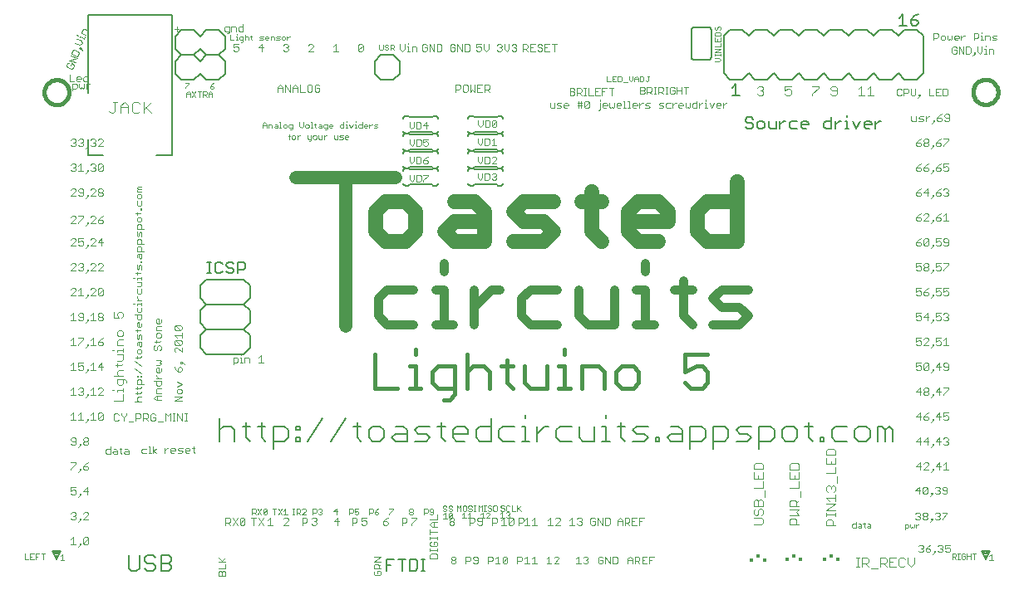
<source format=gto>
G75*
G70*
%OFA0B0*%
%FSLAX24Y24*%
%IPPOS*%
%LPD*%
%AMOC8*
5,1,8,0,0,1.08239X$1,22.5*
%
%ADD10C,0.0020*%
%ADD11C,0.0030*%
%ADD12C,0.0160*%
%ADD13C,0.0600*%
%ADD14C,0.0380*%
%ADD15C,0.0150*%
%ADD16C,0.0520*%
%ADD17C,0.0080*%
%ADD18C,0.0040*%
%ADD19C,0.0060*%
%ADD20R,0.0200X0.0100*%
%ADD21R,0.0150X0.0050*%
%ADD22R,0.0100X0.0100*%
%ADD23C,0.0050*%
%ADD24R,0.0128X0.0167*%
%ADD25R,0.0138X0.0138*%
D10*
X000549Y001594D02*
X000695Y001594D01*
X000770Y001594D02*
X000916Y001594D01*
X000991Y001594D02*
X000991Y001814D01*
X001137Y001814D01*
X001212Y001814D02*
X001358Y001814D01*
X001285Y001814D02*
X001285Y001594D01*
X001064Y001704D02*
X000991Y001704D01*
X000916Y001814D02*
X000770Y001814D01*
X000770Y001594D01*
X000770Y001704D02*
X000843Y001704D01*
X000549Y001814D02*
X000549Y001594D01*
X001993Y001564D02*
X002139Y001564D01*
X002066Y001564D02*
X002066Y001784D01*
X001993Y001710D01*
X008322Y001673D02*
X008509Y001486D01*
X008462Y001533D02*
X008603Y001673D01*
X008603Y001486D02*
X008322Y001486D01*
X008322Y001210D02*
X008603Y001210D01*
X008603Y001397D01*
X008556Y001121D02*
X008603Y001074D01*
X008603Y000934D01*
X008322Y000934D01*
X008322Y001074D01*
X008369Y001121D01*
X008416Y001121D01*
X008462Y001074D01*
X008462Y000934D01*
X008462Y001074D02*
X008509Y001121D01*
X008556Y001121D01*
X009673Y003394D02*
X009673Y003614D01*
X009783Y003614D01*
X009819Y003577D01*
X009819Y003504D01*
X009783Y003467D01*
X009673Y003467D01*
X009746Y003467D02*
X009819Y003394D01*
X009894Y003394D02*
X010040Y003614D01*
X010115Y003577D02*
X010151Y003614D01*
X010225Y003614D01*
X010261Y003577D01*
X010115Y003430D01*
X010151Y003394D01*
X010225Y003394D01*
X010261Y003430D01*
X010261Y003577D01*
X010115Y003577D02*
X010115Y003430D01*
X010040Y003394D02*
X009894Y003614D01*
X010493Y003614D02*
X010639Y003614D01*
X010566Y003614D02*
X010566Y003394D01*
X010714Y003394D02*
X010860Y003614D01*
X010935Y003540D02*
X011008Y003614D01*
X011008Y003394D01*
X010935Y003394D02*
X011081Y003394D01*
X010860Y003394D02*
X010714Y003614D01*
X011303Y003614D02*
X011376Y003614D01*
X011339Y003614D02*
X011339Y003394D01*
X011303Y003394D02*
X011376Y003394D01*
X011450Y003394D02*
X011450Y003614D01*
X011560Y003614D01*
X011597Y003577D01*
X011597Y003504D01*
X011560Y003467D01*
X011450Y003467D01*
X011523Y003467D02*
X011597Y003394D01*
X011671Y003394D02*
X011818Y003540D01*
X011818Y003577D01*
X011781Y003614D01*
X011708Y003614D01*
X011671Y003577D01*
X011671Y003394D02*
X011818Y003394D01*
X012103Y003394D02*
X012103Y003614D01*
X012213Y003614D01*
X012249Y003577D01*
X012249Y003504D01*
X012213Y003467D01*
X012103Y003467D01*
X012324Y003430D02*
X012360Y003394D01*
X012434Y003394D01*
X012470Y003430D01*
X012470Y003467D01*
X012434Y003504D01*
X012397Y003504D01*
X012434Y003504D02*
X012470Y003540D01*
X012470Y003577D01*
X012434Y003614D01*
X012360Y003614D01*
X012324Y003577D01*
X012943Y003514D02*
X013089Y003514D01*
X013053Y003624D02*
X012943Y003514D01*
X013053Y003404D02*
X013053Y003624D01*
X013573Y003614D02*
X013573Y003394D01*
X013573Y003467D02*
X013683Y003467D01*
X013719Y003504D01*
X013719Y003577D01*
X013683Y003614D01*
X013573Y003614D01*
X013794Y003614D02*
X013794Y003504D01*
X013867Y003540D01*
X013904Y003540D01*
X013940Y003504D01*
X013940Y003430D01*
X013904Y003394D01*
X013830Y003394D01*
X013794Y003430D01*
X013794Y003614D02*
X013940Y003614D01*
X014373Y003614D02*
X014373Y003394D01*
X014373Y003467D02*
X014483Y003467D01*
X014519Y003504D01*
X014519Y003577D01*
X014483Y003614D01*
X014373Y003614D01*
X014594Y003504D02*
X014667Y003577D01*
X014740Y003614D01*
X014704Y003504D02*
X014594Y003504D01*
X014594Y003430D01*
X014630Y003394D01*
X014704Y003394D01*
X014740Y003430D01*
X014740Y003467D01*
X014704Y003504D01*
X015173Y003430D02*
X015173Y003394D01*
X015173Y003430D02*
X015319Y003577D01*
X015319Y003614D01*
X015173Y003614D01*
X015973Y003577D02*
X015973Y003540D01*
X016009Y003504D01*
X016083Y003504D01*
X016119Y003467D01*
X016119Y003430D01*
X016083Y003394D01*
X016009Y003394D01*
X015973Y003430D01*
X015973Y003467D01*
X016009Y003504D01*
X016083Y003504D02*
X016119Y003540D01*
X016119Y003577D01*
X016083Y003614D01*
X016009Y003614D01*
X015973Y003577D01*
X016573Y003614D02*
X016573Y003394D01*
X016573Y003467D02*
X016683Y003467D01*
X016719Y003504D01*
X016719Y003577D01*
X016683Y003614D01*
X016573Y003614D01*
X016794Y003577D02*
X016794Y003540D01*
X016830Y003504D01*
X016940Y003504D01*
X016940Y003577D02*
X016940Y003430D01*
X016904Y003394D01*
X016830Y003394D01*
X016794Y003430D01*
X016794Y003577D02*
X016830Y003614D01*
X016904Y003614D01*
X016940Y003577D01*
X017323Y003560D02*
X017359Y003524D01*
X017433Y003524D01*
X017469Y003560D01*
X017469Y003597D01*
X017433Y003634D01*
X017359Y003634D01*
X017323Y003670D01*
X017323Y003707D01*
X017359Y003744D01*
X017433Y003744D01*
X017469Y003707D01*
X017544Y003707D02*
X017544Y003670D01*
X017580Y003634D01*
X017654Y003634D01*
X017690Y003597D01*
X017690Y003560D01*
X017654Y003524D01*
X017580Y003524D01*
X017544Y003560D01*
X017600Y003454D02*
X017674Y003454D01*
X017710Y003417D01*
X017564Y003270D01*
X017600Y003234D01*
X017674Y003234D01*
X017710Y003270D01*
X017710Y003417D01*
X017600Y003454D02*
X017564Y003417D01*
X017564Y003270D01*
X017489Y003234D02*
X017343Y003234D01*
X017416Y003234D02*
X017416Y003454D01*
X017343Y003380D01*
X017544Y003707D02*
X017580Y003744D01*
X017654Y003744D01*
X017690Y003707D01*
X017893Y003744D02*
X017966Y003670D01*
X018039Y003744D01*
X018039Y003524D01*
X018114Y003560D02*
X018150Y003524D01*
X018224Y003524D01*
X018260Y003560D01*
X018260Y003707D01*
X018224Y003744D01*
X018150Y003744D01*
X018114Y003707D01*
X018114Y003560D01*
X018176Y003464D02*
X018176Y003244D01*
X018103Y003244D02*
X018249Y003244D01*
X018324Y003244D02*
X018470Y003244D01*
X018397Y003244D02*
X018397Y003464D01*
X018324Y003390D01*
X018371Y003524D02*
X018335Y003560D01*
X018371Y003524D02*
X018445Y003524D01*
X018481Y003560D01*
X018481Y003597D01*
X018445Y003634D01*
X018371Y003634D01*
X018335Y003670D01*
X018335Y003707D01*
X018371Y003744D01*
X018445Y003744D01*
X018481Y003707D01*
X018556Y003744D02*
X018629Y003744D01*
X018592Y003744D02*
X018592Y003524D01*
X018556Y003524D02*
X018629Y003524D01*
X018753Y003534D02*
X018753Y003754D01*
X018826Y003680D01*
X018899Y003754D01*
X018899Y003534D01*
X018916Y003474D02*
X018916Y003254D01*
X018843Y003254D02*
X018989Y003254D01*
X019064Y003254D02*
X019210Y003400D01*
X019210Y003437D01*
X019174Y003474D01*
X019100Y003474D01*
X019064Y003437D01*
X019047Y003534D02*
X018974Y003534D01*
X019010Y003534D02*
X019010Y003754D01*
X018974Y003754D02*
X019047Y003754D01*
X019121Y003717D02*
X019121Y003680D01*
X019158Y003644D01*
X019231Y003644D01*
X019268Y003607D01*
X019268Y003570D01*
X019231Y003534D01*
X019158Y003534D01*
X019121Y003570D01*
X019121Y003717D02*
X019158Y003754D01*
X019231Y003754D01*
X019268Y003717D01*
X019342Y003717D02*
X019342Y003570D01*
X019379Y003534D01*
X019452Y003534D01*
X019489Y003570D01*
X019489Y003717D01*
X019452Y003754D01*
X019379Y003754D01*
X019342Y003717D01*
X019643Y003717D02*
X019643Y003680D01*
X019679Y003644D01*
X019753Y003644D01*
X019789Y003607D01*
X019789Y003570D01*
X019753Y003534D01*
X019679Y003534D01*
X019643Y003570D01*
X019706Y003484D02*
X019706Y003264D01*
X019633Y003264D02*
X019779Y003264D01*
X019854Y003300D02*
X019890Y003264D01*
X019964Y003264D01*
X020000Y003300D01*
X020000Y003337D01*
X019964Y003374D01*
X019927Y003374D01*
X019964Y003374D02*
X020000Y003410D01*
X020000Y003447D01*
X019964Y003484D01*
X019890Y003484D01*
X019854Y003447D01*
X019900Y003534D02*
X019974Y003534D01*
X020010Y003570D01*
X020085Y003534D02*
X020085Y003754D01*
X020010Y003717D02*
X019974Y003754D01*
X019900Y003754D01*
X019864Y003717D01*
X019864Y003570D01*
X019900Y003534D01*
X020085Y003534D02*
X020231Y003534D01*
X020306Y003534D02*
X020306Y003754D01*
X020342Y003644D02*
X020452Y003534D01*
X020306Y003607D02*
X020452Y003754D01*
X019789Y003717D02*
X019753Y003754D01*
X019679Y003754D01*
X019643Y003717D01*
X019706Y003484D02*
X019633Y003410D01*
X019210Y003254D02*
X019064Y003254D01*
X018843Y003400D02*
X018916Y003474D01*
X018176Y003464D02*
X018103Y003390D01*
X017893Y003524D02*
X017893Y003744D01*
X014843Y001683D02*
X014562Y001683D01*
X014562Y001496D02*
X014843Y001683D01*
X014843Y001496D02*
X014562Y001496D01*
X014609Y001407D02*
X014702Y001407D01*
X014749Y001360D01*
X014749Y001220D01*
X014749Y001313D02*
X014843Y001407D01*
X014843Y001220D02*
X014562Y001220D01*
X014562Y001360D01*
X014609Y001407D01*
X014609Y001131D02*
X014562Y001084D01*
X014562Y000990D01*
X014609Y000944D01*
X014796Y000944D01*
X014843Y000990D01*
X014843Y001084D01*
X014796Y001131D01*
X014702Y001131D01*
X014702Y001037D01*
X005843Y005854D02*
X005703Y005947D01*
X005843Y006041D01*
X005703Y006134D02*
X005703Y005854D01*
X005612Y005854D02*
X005519Y005854D01*
X005566Y005854D02*
X005566Y006134D01*
X005519Y006134D01*
X005429Y006041D02*
X005289Y006041D01*
X005243Y005994D01*
X005243Y005900D01*
X005289Y005854D01*
X005429Y005854D01*
X004716Y005834D02*
X004576Y005834D01*
X004529Y005880D01*
X004576Y005927D01*
X004716Y005927D01*
X004716Y005974D02*
X004716Y005834D01*
X004716Y005974D02*
X004669Y006021D01*
X004576Y006021D01*
X004438Y006021D02*
X004345Y006021D01*
X004392Y006067D02*
X004392Y005880D01*
X004438Y005834D01*
X004256Y005834D02*
X004256Y005974D01*
X004209Y006021D01*
X004116Y006021D01*
X004116Y005927D02*
X004256Y005927D01*
X004256Y005834D02*
X004116Y005834D01*
X004069Y005880D01*
X004116Y005927D01*
X003979Y005834D02*
X003979Y006114D01*
X003979Y006021D02*
X003839Y006021D01*
X003793Y005974D01*
X003793Y005880D01*
X003839Y005834D01*
X003979Y005834D01*
X008913Y009410D02*
X008913Y009691D01*
X009053Y009691D01*
X009099Y009644D01*
X009099Y009550D01*
X009053Y009504D01*
X008913Y009504D01*
X009189Y009504D02*
X009282Y009504D01*
X009236Y009504D02*
X009236Y009691D01*
X009189Y009691D01*
X009236Y009784D02*
X009236Y009831D01*
X009373Y009691D02*
X009513Y009691D01*
X009560Y009644D01*
X009560Y009504D01*
X009373Y009504D02*
X009373Y009691D01*
X009925Y009691D02*
X010019Y009784D01*
X010019Y009504D01*
X010112Y009504D02*
X009925Y009504D01*
X011149Y018474D02*
X011149Y018657D01*
X011186Y018694D01*
X011186Y018584D02*
X011113Y018584D01*
X011260Y018584D02*
X011260Y018510D01*
X011297Y018474D01*
X011370Y018474D01*
X011407Y018510D01*
X011407Y018584D01*
X011370Y018620D01*
X011297Y018620D01*
X011260Y018584D01*
X011481Y018620D02*
X011481Y018474D01*
X011481Y018547D02*
X011554Y018620D01*
X011591Y018620D01*
X011886Y018620D02*
X011886Y018510D01*
X011923Y018474D01*
X012033Y018474D01*
X012033Y018437D02*
X011996Y018400D01*
X011959Y018400D01*
X012033Y018437D02*
X012033Y018620D01*
X012107Y018584D02*
X012107Y018510D01*
X012144Y018474D01*
X012217Y018474D01*
X012254Y018510D01*
X012254Y018584D01*
X012217Y018620D01*
X012144Y018620D01*
X012107Y018584D01*
X012328Y018620D02*
X012328Y018510D01*
X012365Y018474D01*
X012475Y018474D01*
X012475Y018620D01*
X012549Y018620D02*
X012549Y018474D01*
X012549Y018547D02*
X012622Y018620D01*
X012659Y018620D01*
X012644Y018850D02*
X012680Y018887D01*
X012680Y019070D01*
X012570Y019070D01*
X012533Y019034D01*
X012533Y018960D01*
X012570Y018924D01*
X012680Y018924D01*
X012644Y018850D02*
X012607Y018850D01*
X012459Y018924D02*
X012349Y018924D01*
X012312Y018960D01*
X012349Y018997D01*
X012459Y018997D01*
X012459Y019034D02*
X012459Y018924D01*
X012459Y019034D02*
X012423Y019070D01*
X012349Y019070D01*
X012239Y019070D02*
X012165Y019070D01*
X012202Y019107D02*
X012202Y018960D01*
X012239Y018924D01*
X012091Y018924D02*
X012018Y018924D01*
X012054Y018924D02*
X012054Y019144D01*
X012018Y019144D01*
X011944Y019034D02*
X011907Y019070D01*
X011834Y019070D01*
X011797Y019034D01*
X011797Y018960D01*
X011834Y018924D01*
X011907Y018924D01*
X011944Y018960D01*
X011944Y019034D01*
X011723Y018997D02*
X011723Y019144D01*
X011723Y018997D02*
X011649Y018924D01*
X011576Y018997D01*
X011576Y019144D01*
X011281Y019070D02*
X011281Y018887D01*
X011244Y018850D01*
X011207Y018850D01*
X011171Y018924D02*
X011281Y018924D01*
X011171Y018924D02*
X011134Y018960D01*
X011134Y019034D01*
X011171Y019070D01*
X011281Y019070D01*
X011060Y019034D02*
X011023Y019070D01*
X010950Y019070D01*
X010913Y019034D01*
X010913Y018960D01*
X010950Y018924D01*
X011023Y018924D01*
X011060Y018960D01*
X011060Y019034D01*
X010839Y018924D02*
X010766Y018924D01*
X010802Y018924D02*
X010802Y019144D01*
X010766Y019144D01*
X010691Y019034D02*
X010691Y018924D01*
X010581Y018924D01*
X010545Y018960D01*
X010581Y018997D01*
X010691Y018997D01*
X010691Y019034D02*
X010655Y019070D01*
X010581Y019070D01*
X010470Y019034D02*
X010434Y019070D01*
X010324Y019070D01*
X010324Y018924D01*
X010249Y018924D02*
X010249Y019070D01*
X010176Y019144D01*
X010103Y019070D01*
X010103Y018924D01*
X010103Y019034D02*
X010249Y019034D01*
X010470Y019034D02*
X010470Y018924D01*
X012754Y018960D02*
X012754Y019034D01*
X012791Y019070D01*
X012864Y019070D01*
X012901Y019034D01*
X012901Y018997D01*
X012754Y018997D01*
X012754Y018960D02*
X012791Y018924D01*
X012864Y018924D01*
X012954Y018620D02*
X012954Y018510D01*
X012991Y018474D01*
X013101Y018474D01*
X013101Y018620D01*
X013175Y018584D02*
X013212Y018547D01*
X013285Y018547D01*
X013322Y018510D01*
X013285Y018474D01*
X013175Y018474D01*
X013175Y018584D02*
X013212Y018620D01*
X013322Y018620D01*
X013396Y018584D02*
X013433Y018620D01*
X013506Y018620D01*
X013543Y018584D01*
X013543Y018547D01*
X013396Y018547D01*
X013396Y018510D02*
X013396Y018584D01*
X013396Y018510D02*
X013433Y018474D01*
X013506Y018474D01*
X013491Y018924D02*
X013417Y018924D01*
X013454Y018924D02*
X013454Y019070D01*
X013417Y019070D01*
X013343Y019070D02*
X013233Y019070D01*
X013196Y019034D01*
X013196Y018960D01*
X013233Y018924D01*
X013343Y018924D01*
X013343Y019144D01*
X013454Y019144D02*
X013454Y019181D01*
X013565Y019070D02*
X013638Y018924D01*
X013711Y019070D01*
X013786Y019070D02*
X013822Y019070D01*
X013822Y018924D01*
X013786Y018924D02*
X013859Y018924D01*
X013933Y018960D02*
X013933Y019034D01*
X013970Y019070D01*
X014080Y019070D01*
X014080Y019144D02*
X014080Y018924D01*
X013970Y018924D01*
X013933Y018960D01*
X013822Y019144D02*
X013822Y019181D01*
X014154Y019034D02*
X014191Y019070D01*
X014264Y019070D01*
X014301Y019034D01*
X014301Y018997D01*
X014154Y018997D01*
X014154Y018960D02*
X014154Y019034D01*
X014154Y018960D02*
X014191Y018924D01*
X014264Y018924D01*
X014375Y018924D02*
X014375Y019070D01*
X014375Y018997D02*
X014448Y019070D01*
X014485Y019070D01*
X014559Y019034D02*
X014596Y019070D01*
X014706Y019070D01*
X014669Y018997D02*
X014596Y018997D01*
X014559Y019034D01*
X014559Y018924D02*
X014669Y018924D01*
X014706Y018960D01*
X014669Y018997D01*
X014809Y022044D02*
X014883Y022044D01*
X014919Y022080D01*
X014919Y022264D01*
X014994Y022227D02*
X014994Y022190D01*
X015030Y022154D01*
X015104Y022154D01*
X015140Y022117D01*
X015140Y022080D01*
X015104Y022044D01*
X015030Y022044D01*
X014994Y022080D01*
X014994Y022227D02*
X015030Y022264D01*
X015104Y022264D01*
X015140Y022227D01*
X015215Y022264D02*
X015325Y022264D01*
X015361Y022227D01*
X015361Y022154D01*
X015325Y022117D01*
X015215Y022117D01*
X015288Y022117D02*
X015361Y022044D01*
X015215Y022044D02*
X015215Y022264D01*
X014773Y022264D02*
X014773Y022080D01*
X014809Y022044D01*
X011186Y022590D02*
X011149Y022590D01*
X011076Y022517D01*
X011076Y022444D02*
X011076Y022590D01*
X011002Y022554D02*
X010965Y022590D01*
X010892Y022590D01*
X010855Y022554D01*
X010855Y022480D01*
X010892Y022444D01*
X010965Y022444D01*
X011002Y022480D01*
X011002Y022554D01*
X010781Y022590D02*
X010671Y022590D01*
X010634Y022554D01*
X010671Y022517D01*
X010744Y022517D01*
X010781Y022480D01*
X010744Y022444D01*
X010634Y022444D01*
X010560Y022444D02*
X010560Y022554D01*
X010523Y022590D01*
X010413Y022590D01*
X010413Y022444D01*
X010339Y022517D02*
X010192Y022517D01*
X010192Y022480D02*
X010192Y022554D01*
X010229Y022590D01*
X010302Y022590D01*
X010339Y022554D01*
X010339Y022517D01*
X010302Y022444D02*
X010229Y022444D01*
X010192Y022480D01*
X010118Y022480D02*
X010081Y022517D01*
X010008Y022517D01*
X009971Y022554D01*
X010008Y022590D01*
X010118Y022590D01*
X010118Y022480D02*
X010081Y022444D01*
X009971Y022444D01*
X009676Y022444D02*
X009640Y022480D01*
X009640Y022627D01*
X009676Y022590D02*
X009603Y022590D01*
X009529Y022554D02*
X009529Y022444D01*
X009529Y022554D02*
X009492Y022590D01*
X009419Y022590D01*
X009382Y022554D01*
X009308Y022590D02*
X009198Y022590D01*
X009161Y022554D01*
X009161Y022480D01*
X009198Y022444D01*
X009308Y022444D01*
X009308Y022407D02*
X009308Y022590D01*
X009382Y022664D02*
X009382Y022444D01*
X009308Y022407D02*
X009271Y022370D01*
X009234Y022370D01*
X009087Y022444D02*
X009014Y022444D01*
X009050Y022444D02*
X009050Y022590D01*
X009014Y022590D01*
X009050Y022664D02*
X009050Y022701D01*
X009026Y022804D02*
X009026Y022944D01*
X008979Y022991D01*
X008839Y022991D01*
X008839Y022804D01*
X008749Y022804D02*
X008609Y022804D01*
X008563Y022850D01*
X008563Y022944D01*
X008609Y022991D01*
X008749Y022991D01*
X008749Y022757D01*
X008703Y022710D01*
X008656Y022710D01*
X008793Y022664D02*
X008793Y022444D01*
X008939Y022444D01*
X009162Y022804D02*
X009115Y022850D01*
X009115Y022944D01*
X009162Y022991D01*
X009302Y022991D01*
X009302Y023084D02*
X009302Y022804D01*
X009162Y022804D01*
X006739Y022894D02*
X006553Y022894D01*
X006646Y022987D02*
X006646Y022800D01*
X006993Y020734D02*
X007139Y020734D01*
X007139Y020697D01*
X006993Y020550D01*
X006993Y020514D01*
X007111Y020394D02*
X007184Y020320D01*
X007184Y020174D01*
X007259Y020174D02*
X007405Y020394D01*
X007480Y020394D02*
X007626Y020394D01*
X007553Y020394D02*
X007553Y020174D01*
X007405Y020174D02*
X007259Y020394D01*
X007184Y020284D02*
X007038Y020284D01*
X007038Y020320D02*
X007111Y020394D01*
X007038Y020320D02*
X007038Y020174D01*
X007701Y020174D02*
X007701Y020394D01*
X007811Y020394D01*
X007847Y020357D01*
X007847Y020284D01*
X007811Y020247D01*
X007701Y020247D01*
X007774Y020247D02*
X007847Y020174D01*
X007922Y020174D02*
X007922Y020320D01*
X007995Y020394D01*
X008068Y020320D01*
X008068Y020174D01*
X008068Y020284D02*
X007922Y020284D01*
X008019Y020494D02*
X008093Y020494D01*
X008129Y020530D01*
X008129Y020567D01*
X008093Y020604D01*
X007983Y020604D01*
X007983Y020530D01*
X008019Y020494D01*
X007983Y020604D02*
X008056Y020677D01*
X008129Y020714D01*
X003155Y020691D02*
X003108Y020691D01*
X003015Y020597D01*
X003015Y020504D02*
X003015Y020691D01*
X002926Y020691D02*
X002926Y020550D01*
X002879Y020504D01*
X002832Y020550D01*
X002786Y020504D01*
X002739Y020550D01*
X002739Y020691D01*
X002649Y020644D02*
X002649Y020550D01*
X002603Y020504D01*
X002463Y020504D01*
X002463Y020410D02*
X002463Y020691D01*
X002603Y020691D01*
X002649Y020644D01*
X002676Y020794D02*
X002629Y020840D01*
X002629Y020934D01*
X002676Y020981D01*
X002769Y020981D01*
X002816Y020934D01*
X002816Y020887D01*
X002629Y020887D01*
X002676Y020794D02*
X002769Y020794D01*
X002905Y020840D02*
X002905Y020934D01*
X002952Y020981D01*
X003092Y020981D01*
X003092Y021074D02*
X003092Y020794D01*
X002952Y020794D01*
X002905Y020840D01*
X002539Y020794D02*
X002353Y020794D01*
X002353Y021074D01*
X002443Y021302D02*
X002267Y021366D01*
X002239Y021426D01*
X002271Y021514D01*
X002331Y021542D01*
X002419Y021510D02*
X002387Y021422D01*
X002419Y021510D02*
X002507Y021478D01*
X002535Y021418D01*
X002503Y021330D01*
X002443Y021302D01*
X002581Y021546D02*
X002318Y021642D01*
X002645Y021722D01*
X002382Y021817D01*
X002412Y021901D02*
X002460Y022033D01*
X002520Y022061D01*
X002696Y021997D01*
X002723Y021937D01*
X002676Y021806D01*
X002412Y021901D01*
X002742Y022125D02*
X002786Y022109D01*
X002802Y022153D01*
X002758Y022169D01*
X002742Y022125D01*
X002802Y022153D02*
X002858Y022033D01*
X002745Y022270D02*
X002865Y022326D01*
X002809Y022446D01*
X002633Y022509D01*
X002752Y022561D02*
X002768Y022605D01*
X002943Y022541D01*
X002927Y022498D02*
X002959Y022585D01*
X002990Y022671D02*
X002815Y022734D01*
X002863Y022866D01*
X002923Y022894D01*
X003054Y022846D01*
X002680Y022637D02*
X002636Y022653D01*
X002570Y022334D02*
X002745Y022270D01*
X021613Y019911D02*
X021613Y019770D01*
X021659Y019724D01*
X021799Y019724D01*
X021799Y019911D01*
X021889Y019864D02*
X021936Y019911D01*
X022076Y019911D01*
X022165Y019864D02*
X022212Y019911D01*
X022305Y019911D01*
X022352Y019864D01*
X022352Y019817D01*
X022165Y019817D01*
X022165Y019770D02*
X022165Y019864D01*
X022165Y019770D02*
X022212Y019724D01*
X022305Y019724D01*
X022076Y019770D02*
X022029Y019817D01*
X021936Y019817D01*
X021889Y019864D01*
X021889Y019724D02*
X022029Y019724D01*
X022076Y019770D01*
X022421Y020237D02*
X022561Y020237D01*
X022608Y020284D01*
X022608Y020331D01*
X022561Y020377D01*
X022421Y020377D01*
X022421Y020237D02*
X022421Y020517D01*
X022561Y020517D01*
X022608Y020471D01*
X022608Y020424D01*
X022561Y020377D01*
X022697Y020331D02*
X022837Y020331D01*
X022884Y020377D01*
X022884Y020471D01*
X022837Y020517D01*
X022697Y020517D01*
X022697Y020237D01*
X022791Y020331D02*
X022884Y020237D01*
X022974Y020237D02*
X023067Y020237D01*
X023020Y020237D02*
X023020Y020517D01*
X022974Y020517D02*
X023067Y020517D01*
X023158Y020517D02*
X023158Y020237D01*
X023344Y020237D01*
X023434Y020237D02*
X023621Y020237D01*
X023710Y020237D02*
X023710Y020517D01*
X023897Y020517D01*
X023986Y020517D02*
X024173Y020517D01*
X024080Y020517D02*
X024080Y020237D01*
X023804Y020377D02*
X023710Y020377D01*
X023621Y020517D02*
X023434Y020517D01*
X023434Y020237D01*
X023434Y020377D02*
X023527Y020377D01*
X023640Y020051D02*
X023640Y020004D01*
X023640Y019911D02*
X023640Y019677D01*
X023593Y019630D01*
X023546Y019630D01*
X023730Y019770D02*
X023777Y019724D01*
X023870Y019724D01*
X023917Y019817D02*
X023730Y019817D01*
X023730Y019770D02*
X023730Y019864D01*
X023777Y019911D01*
X023870Y019911D01*
X023917Y019864D01*
X023917Y019817D01*
X024006Y019770D02*
X024053Y019724D01*
X024100Y019770D01*
X024147Y019724D01*
X024193Y019770D01*
X024193Y019911D01*
X024283Y019864D02*
X024329Y019911D01*
X024423Y019911D01*
X024470Y019864D01*
X024470Y019817D01*
X024283Y019817D01*
X024283Y019770D02*
X024283Y019864D01*
X024283Y019770D02*
X024329Y019724D01*
X024423Y019724D01*
X024559Y019724D02*
X024652Y019724D01*
X024606Y019724D02*
X024606Y020004D01*
X024559Y020004D01*
X024743Y020004D02*
X024790Y020004D01*
X024790Y019724D01*
X024836Y019724D02*
X024743Y019724D01*
X024927Y019770D02*
X024974Y019724D01*
X025067Y019724D01*
X025114Y019817D02*
X024927Y019817D01*
X024927Y019770D02*
X024927Y019864D01*
X024974Y019911D01*
X025067Y019911D01*
X025114Y019864D01*
X025114Y019817D01*
X025203Y019817D02*
X025297Y019911D01*
X025344Y019911D01*
X025434Y019864D02*
X025480Y019911D01*
X025620Y019911D01*
X025574Y019817D02*
X025480Y019817D01*
X025434Y019864D01*
X025434Y019724D02*
X025574Y019724D01*
X025620Y019770D01*
X025574Y019817D01*
X025203Y019724D02*
X025203Y019911D01*
X025231Y020277D02*
X025371Y020277D01*
X025418Y020324D01*
X025418Y020371D01*
X025371Y020417D01*
X025231Y020417D01*
X025231Y020277D02*
X025231Y020557D01*
X025371Y020557D01*
X025418Y020511D01*
X025418Y020464D01*
X025371Y020417D01*
X025507Y020371D02*
X025647Y020371D01*
X025694Y020417D01*
X025694Y020511D01*
X025647Y020557D01*
X025507Y020557D01*
X025507Y020277D01*
X025601Y020371D02*
X025694Y020277D01*
X025784Y020277D02*
X025877Y020277D01*
X025830Y020277D02*
X025830Y020557D01*
X025784Y020557D02*
X025877Y020557D01*
X025968Y020557D02*
X025968Y020277D01*
X025968Y020371D02*
X026108Y020371D01*
X026154Y020417D01*
X026154Y020511D01*
X026108Y020557D01*
X025968Y020557D01*
X026061Y020371D02*
X026154Y020277D01*
X026244Y020277D02*
X026337Y020277D01*
X026291Y020277D02*
X026291Y020557D01*
X026337Y020557D02*
X026244Y020557D01*
X026428Y020511D02*
X026428Y020324D01*
X026475Y020277D01*
X026568Y020277D01*
X026615Y020324D01*
X026615Y020417D01*
X026521Y020417D01*
X026428Y020511D02*
X026475Y020557D01*
X026568Y020557D01*
X026615Y020511D01*
X026704Y020557D02*
X026704Y020277D01*
X026704Y020417D02*
X026891Y020417D01*
X026891Y020557D02*
X026891Y020277D01*
X027074Y020277D02*
X027074Y020557D01*
X027167Y020557D02*
X026980Y020557D01*
X027508Y020004D02*
X027508Y019724D01*
X027368Y019724D01*
X027321Y019770D01*
X027321Y019864D01*
X027368Y019911D01*
X027508Y019911D01*
X027597Y019911D02*
X027597Y019724D01*
X027597Y019817D02*
X027691Y019911D01*
X027737Y019911D01*
X027827Y019911D02*
X027874Y019911D01*
X027874Y019724D01*
X027827Y019724D02*
X027921Y019724D01*
X028105Y019724D02*
X028198Y019911D01*
X028288Y019864D02*
X028334Y019911D01*
X028428Y019911D01*
X028475Y019864D01*
X028475Y019817D01*
X028288Y019817D01*
X028288Y019770D02*
X028288Y019864D01*
X028288Y019770D02*
X028334Y019724D01*
X028428Y019724D01*
X028564Y019724D02*
X028564Y019911D01*
X028657Y019911D02*
X028704Y019911D01*
X028657Y019911D02*
X028564Y019817D01*
X028105Y019724D02*
X028012Y019911D01*
X027874Y020004D02*
X027874Y020051D01*
X027232Y019911D02*
X027232Y019770D01*
X027185Y019724D01*
X027138Y019770D01*
X027092Y019724D01*
X027045Y019770D01*
X027045Y019911D01*
X026955Y019864D02*
X026955Y019817D01*
X026769Y019817D01*
X026769Y019770D02*
X026769Y019864D01*
X026815Y019911D01*
X026909Y019911D01*
X026955Y019864D01*
X026909Y019724D02*
X026815Y019724D01*
X026769Y019770D01*
X026679Y019911D02*
X026632Y019911D01*
X026538Y019817D01*
X026538Y019724D02*
X026538Y019911D01*
X026449Y019911D02*
X026309Y019911D01*
X026262Y019864D01*
X026262Y019770D01*
X026309Y019724D01*
X026449Y019724D01*
X026173Y019770D02*
X026126Y019817D01*
X026033Y019817D01*
X025986Y019864D01*
X026033Y019911D01*
X026173Y019911D01*
X026173Y019770D02*
X026126Y019724D01*
X025986Y019724D01*
X025521Y020787D02*
X025558Y020824D01*
X025558Y021007D01*
X025521Y021007D02*
X025595Y021007D01*
X025374Y020971D02*
X025374Y020824D01*
X025337Y020787D01*
X025227Y020787D01*
X025227Y021007D01*
X025337Y021007D01*
X025374Y020971D01*
X025448Y020824D02*
X025485Y020787D01*
X025521Y020787D01*
X025153Y020787D02*
X025153Y020934D01*
X025079Y021007D01*
X025006Y020934D01*
X025006Y020787D01*
X024932Y020861D02*
X024932Y021007D01*
X025006Y020897D02*
X025153Y020897D01*
X024932Y020861D02*
X024858Y020787D01*
X024785Y020861D01*
X024785Y021007D01*
X024711Y020751D02*
X024564Y020751D01*
X024490Y020824D02*
X024490Y020971D01*
X024453Y021007D01*
X024343Y021007D01*
X024343Y020787D01*
X024453Y020787D01*
X024490Y020824D01*
X024269Y020787D02*
X024122Y020787D01*
X024122Y021007D01*
X024269Y021007D01*
X024195Y020897D02*
X024122Y020897D01*
X024048Y020787D02*
X023901Y020787D01*
X023901Y021007D01*
X023134Y020004D02*
X023040Y020004D01*
X022994Y019957D01*
X022994Y019770D01*
X023181Y019957D01*
X023181Y019770D01*
X023134Y019724D01*
X023040Y019724D01*
X022994Y019770D01*
X022904Y019817D02*
X022717Y019817D01*
X022717Y019911D02*
X022858Y019911D01*
X022904Y019911D01*
X022858Y020004D02*
X022858Y019724D01*
X022764Y019724D02*
X022764Y020004D01*
X023134Y020004D02*
X023181Y019957D01*
X024006Y019911D02*
X024006Y019770D01*
X028232Y021594D02*
X028379Y021594D01*
X028453Y021667D01*
X028379Y021740D01*
X028232Y021740D01*
X028232Y021815D02*
X028232Y021888D01*
X028232Y021851D02*
X028453Y021851D01*
X028453Y021815D02*
X028453Y021888D01*
X028453Y021962D02*
X028232Y021962D01*
X028453Y022109D01*
X028232Y022109D01*
X028232Y022183D02*
X028453Y022183D01*
X028453Y022330D01*
X028453Y022404D02*
X028232Y022404D01*
X028232Y022551D01*
X028232Y022625D02*
X028232Y022735D01*
X028269Y022772D01*
X028416Y022772D01*
X028453Y022735D01*
X028453Y022625D01*
X028232Y022625D01*
X028343Y022477D02*
X028343Y022404D01*
X028453Y022404D02*
X028453Y022551D01*
X028416Y022846D02*
X028453Y022883D01*
X028453Y022956D01*
X028416Y022993D01*
X028379Y022993D01*
X028343Y022956D01*
X028343Y022883D01*
X028306Y022846D01*
X028269Y022846D01*
X028232Y022883D01*
X028232Y022956D01*
X028269Y022993D01*
X035533Y020457D02*
X035533Y020270D01*
X035579Y020224D01*
X035673Y020224D01*
X035719Y020270D01*
X035809Y020224D02*
X035809Y020504D01*
X035949Y020504D01*
X035996Y020457D01*
X035996Y020364D01*
X035949Y020317D01*
X035809Y020317D01*
X035719Y020457D02*
X035673Y020504D01*
X035579Y020504D01*
X035533Y020457D01*
X036085Y020504D02*
X036085Y020270D01*
X036132Y020224D01*
X036225Y020224D01*
X036272Y020270D01*
X036272Y020504D01*
X036408Y020270D02*
X036408Y020224D01*
X036455Y020224D01*
X036455Y020270D01*
X036408Y020270D01*
X036455Y020224D02*
X036361Y020130D01*
X036822Y020224D02*
X037008Y020224D01*
X037098Y020224D02*
X037285Y020224D01*
X037374Y020224D02*
X037514Y020224D01*
X037561Y020270D01*
X037561Y020457D01*
X037514Y020504D01*
X037374Y020504D01*
X037374Y020224D01*
X037191Y020364D02*
X037098Y020364D01*
X037098Y020504D02*
X037098Y020224D01*
X036822Y020224D02*
X036822Y020504D01*
X037098Y020504D02*
X037285Y020504D01*
X038571Y021810D02*
X038665Y021904D01*
X038618Y021904D01*
X038618Y021950D01*
X038665Y021950D01*
X038665Y021904D01*
X038755Y021997D02*
X038849Y021904D01*
X038942Y021997D01*
X038942Y022184D01*
X039032Y022091D02*
X039078Y022091D01*
X039078Y021904D01*
X039032Y021904D02*
X039125Y021904D01*
X039216Y021904D02*
X039216Y022091D01*
X039356Y022091D01*
X039403Y022044D01*
X039403Y021904D01*
X039078Y022184D02*
X039078Y022231D01*
X039074Y022444D02*
X039074Y022631D01*
X039214Y022631D01*
X039261Y022584D01*
X039261Y022444D01*
X039350Y022444D02*
X039491Y022444D01*
X039537Y022490D01*
X039491Y022537D01*
X039397Y022537D01*
X039350Y022584D01*
X039397Y022631D01*
X039537Y022631D01*
X038983Y022444D02*
X038890Y022444D01*
X038937Y022444D02*
X038937Y022631D01*
X038890Y022631D01*
X038801Y022677D02*
X038801Y022584D01*
X038754Y022537D01*
X038614Y022537D01*
X038614Y022444D02*
X038614Y022724D01*
X038754Y022724D01*
X038801Y022677D01*
X038937Y022724D02*
X038937Y022771D01*
X038248Y022631D02*
X038201Y022631D01*
X038107Y022537D01*
X038018Y022537D02*
X037831Y022537D01*
X037831Y022490D02*
X037831Y022584D01*
X037878Y022631D01*
X037971Y022631D01*
X038018Y022584D01*
X038018Y022537D01*
X037971Y022444D02*
X037878Y022444D01*
X037831Y022490D01*
X037742Y022490D02*
X037742Y022631D01*
X037742Y022490D02*
X037695Y022444D01*
X037648Y022490D01*
X037602Y022444D01*
X037555Y022490D01*
X037555Y022631D01*
X037466Y022584D02*
X037419Y022631D01*
X037326Y022631D01*
X037279Y022584D01*
X037279Y022490D01*
X037326Y022444D01*
X037419Y022444D01*
X037466Y022490D01*
X037466Y022584D01*
X037189Y022584D02*
X037189Y022677D01*
X037143Y022724D01*
X037003Y022724D01*
X037003Y022444D01*
X037003Y022537D02*
X037143Y022537D01*
X037189Y022584D01*
X037743Y022137D02*
X037743Y021950D01*
X037789Y021904D01*
X037883Y021904D01*
X037929Y021950D01*
X037929Y022044D01*
X037836Y022044D01*
X037743Y022137D02*
X037789Y022184D01*
X037883Y022184D01*
X037929Y022137D01*
X038019Y022184D02*
X038206Y021904D01*
X038206Y022184D01*
X038295Y022184D02*
X038295Y021904D01*
X038435Y021904D01*
X038482Y021950D01*
X038482Y022137D01*
X038435Y022184D01*
X038295Y022184D01*
X038019Y022184D02*
X038019Y021904D01*
X038107Y022444D02*
X038107Y022631D01*
X038755Y022184D02*
X038755Y021997D01*
X036405Y003000D02*
X036368Y003000D01*
X036295Y002927D01*
X036295Y002854D02*
X036295Y003000D01*
X036220Y003000D02*
X036220Y002890D01*
X036184Y002854D01*
X036147Y002890D01*
X036110Y002854D01*
X036074Y002890D01*
X036074Y003000D01*
X035999Y002964D02*
X035999Y002890D01*
X035963Y002854D01*
X035853Y002854D01*
X035853Y002780D02*
X035853Y003000D01*
X035963Y003000D01*
X035999Y002964D01*
X034469Y002974D02*
X034469Y002864D01*
X034359Y002864D01*
X034322Y002900D01*
X034359Y002937D01*
X034469Y002937D01*
X034469Y002974D02*
X034432Y003010D01*
X034359Y003010D01*
X034248Y003010D02*
X034175Y003010D01*
X034211Y003047D02*
X034211Y002900D01*
X034248Y002864D01*
X034100Y002864D02*
X033990Y002864D01*
X033954Y002900D01*
X033990Y002937D01*
X034100Y002937D01*
X034100Y002974D02*
X034100Y002864D01*
X034100Y002974D02*
X034064Y003010D01*
X033990Y003010D01*
X033879Y003010D02*
X033769Y003010D01*
X033733Y002974D01*
X033733Y002900D01*
X033769Y002864D01*
X033879Y002864D01*
X033879Y003084D01*
X037751Y001824D02*
X037751Y001604D01*
X037751Y001677D02*
X037861Y001677D01*
X037898Y001714D01*
X037898Y001787D01*
X037861Y001824D01*
X037751Y001824D01*
X037825Y001677D02*
X037898Y001604D01*
X037972Y001604D02*
X038046Y001604D01*
X038009Y001604D02*
X038009Y001824D01*
X037972Y001824D02*
X038046Y001824D01*
X038120Y001787D02*
X038120Y001640D01*
X038156Y001604D01*
X038230Y001604D01*
X038266Y001640D01*
X038266Y001714D01*
X038193Y001714D01*
X038120Y001787D02*
X038156Y001824D01*
X038230Y001824D01*
X038266Y001787D01*
X038341Y001824D02*
X038341Y001604D01*
X038341Y001714D02*
X038487Y001714D01*
X038487Y001824D02*
X038487Y001604D01*
X038635Y001604D02*
X038635Y001824D01*
X038562Y001824D02*
X038708Y001824D01*
X039243Y001710D02*
X039316Y001784D01*
X039316Y001564D01*
X039243Y001564D02*
X039389Y001564D01*
D11*
X037661Y001927D02*
X037613Y001879D01*
X037516Y001879D01*
X037468Y001927D01*
X037468Y002024D02*
X037565Y002072D01*
X037613Y002072D01*
X037661Y002024D01*
X037661Y001927D01*
X037468Y002024D02*
X037468Y002169D01*
X037661Y002169D01*
X037367Y002121D02*
X037367Y002072D01*
X037318Y002024D01*
X037367Y001975D01*
X037367Y001927D01*
X037318Y001879D01*
X037222Y001879D01*
X037173Y001927D01*
X037074Y001927D02*
X037025Y001927D01*
X037025Y001879D01*
X037074Y001879D01*
X037074Y001927D01*
X037074Y001879D02*
X036977Y001782D01*
X036876Y001927D02*
X036827Y001879D01*
X036731Y001879D01*
X036682Y001927D01*
X036682Y002024D01*
X036827Y002024D01*
X036876Y001975D01*
X036876Y001927D01*
X036779Y002121D02*
X036682Y002024D01*
X036581Y002072D02*
X036533Y002024D01*
X036581Y001975D01*
X036581Y001927D01*
X036533Y001879D01*
X036436Y001879D01*
X036388Y001927D01*
X036484Y002024D02*
X036533Y002024D01*
X036581Y002072D02*
X036581Y002121D01*
X036533Y002169D01*
X036436Y002169D01*
X036388Y002121D01*
X036779Y002121D02*
X036876Y002169D01*
X037173Y002121D02*
X037222Y002169D01*
X037318Y002169D01*
X037367Y002121D01*
X037318Y002024D02*
X037270Y002024D01*
X036221Y001669D02*
X036221Y001422D01*
X036098Y001299D01*
X035975Y001422D01*
X035975Y001669D01*
X035853Y001607D02*
X035791Y001669D01*
X035668Y001669D01*
X035606Y001607D01*
X035606Y001360D01*
X035668Y001299D01*
X035791Y001299D01*
X035853Y001360D01*
X035485Y001299D02*
X035238Y001299D01*
X035238Y001669D01*
X035485Y001669D01*
X035361Y001484D02*
X035238Y001484D01*
X035117Y001484D02*
X035055Y001422D01*
X034870Y001422D01*
X034993Y001422D02*
X035117Y001299D01*
X035117Y001484D02*
X035117Y001607D01*
X035055Y001669D01*
X034870Y001669D01*
X034870Y001299D01*
X034748Y001237D02*
X034501Y001237D01*
X034380Y001299D02*
X034257Y001422D01*
X034318Y001422D02*
X034133Y001422D01*
X034133Y001299D02*
X034133Y001669D01*
X034318Y001669D01*
X034380Y001607D01*
X034380Y001484D01*
X034318Y001422D01*
X034011Y001299D02*
X033888Y001299D01*
X033949Y001299D02*
X033949Y001669D01*
X033888Y001669D02*
X034011Y001669D01*
X033068Y002957D02*
X032697Y002957D01*
X032697Y003142D01*
X032759Y003204D01*
X032882Y003204D01*
X032944Y003142D01*
X032944Y002957D01*
X033068Y003325D02*
X033068Y003448D01*
X033068Y003387D02*
X032697Y003387D01*
X032697Y003448D02*
X032697Y003325D01*
X032697Y003570D02*
X033068Y003817D01*
X032697Y003817D01*
X032821Y003939D02*
X032697Y004062D01*
X033068Y004062D01*
X033068Y003939D02*
X033068Y004186D01*
X033006Y004307D02*
X033068Y004369D01*
X033068Y004492D01*
X033006Y004554D01*
X032944Y004554D01*
X032882Y004492D01*
X032882Y004431D01*
X032882Y004492D02*
X032821Y004554D01*
X032759Y004554D01*
X032697Y004492D01*
X032697Y004369D01*
X032759Y004307D01*
X033129Y004675D02*
X033129Y004922D01*
X033068Y005044D02*
X032697Y005044D01*
X032697Y005412D02*
X033068Y005412D01*
X033068Y005659D01*
X033068Y005780D02*
X032697Y005780D01*
X032697Y005965D01*
X032759Y006027D01*
X033006Y006027D01*
X033068Y005965D01*
X033068Y005780D01*
X032882Y005535D02*
X032882Y005412D01*
X032697Y005412D02*
X032697Y005659D01*
X033068Y005291D02*
X033068Y005044D01*
X031608Y005079D02*
X031608Y004832D01*
X031237Y004832D01*
X031237Y005079D01*
X031237Y005200D02*
X031237Y005386D01*
X031299Y005447D01*
X031546Y005447D01*
X031608Y005386D01*
X031608Y005200D01*
X031237Y005200D01*
X031422Y004955D02*
X031422Y004832D01*
X031608Y004711D02*
X031608Y004464D01*
X031237Y004464D01*
X031669Y004342D02*
X031669Y004095D01*
X031608Y003974D02*
X031484Y003851D01*
X031484Y003912D02*
X031484Y003727D01*
X031608Y003727D02*
X031237Y003727D01*
X031237Y003912D01*
X031299Y003974D01*
X031422Y003974D01*
X031484Y003912D01*
X031608Y003606D02*
X031237Y003606D01*
X031237Y003359D02*
X031608Y003359D01*
X031484Y003482D01*
X031608Y003606D01*
X031422Y003237D02*
X031484Y003176D01*
X031484Y002991D01*
X031608Y002991D02*
X031237Y002991D01*
X031237Y003176D01*
X031299Y003237D01*
X031422Y003237D01*
X030158Y003186D02*
X030158Y003062D01*
X030096Y003001D01*
X029787Y003001D01*
X029787Y003247D02*
X030096Y003247D01*
X030158Y003186D01*
X030096Y003369D02*
X030158Y003431D01*
X030158Y003554D01*
X030096Y003616D01*
X030034Y003616D01*
X029972Y003554D01*
X029972Y003431D01*
X029911Y003369D01*
X029849Y003369D01*
X029787Y003431D01*
X029787Y003554D01*
X029849Y003616D01*
X029787Y003737D02*
X029787Y003922D01*
X029849Y003984D01*
X029911Y003984D01*
X029972Y003922D01*
X029972Y003737D01*
X029787Y003737D02*
X030158Y003737D01*
X030158Y003922D01*
X030096Y003984D01*
X030034Y003984D01*
X029972Y003922D01*
X030219Y004105D02*
X030219Y004352D01*
X030158Y004474D02*
X030158Y004721D01*
X030158Y004842D02*
X029787Y004842D01*
X029787Y005089D01*
X029787Y005210D02*
X029787Y005396D01*
X029849Y005457D01*
X030096Y005457D01*
X030158Y005396D01*
X030158Y005210D01*
X029787Y005210D01*
X029972Y004965D02*
X029972Y004842D01*
X030158Y004842D02*
X030158Y005089D01*
X030158Y004474D02*
X029787Y004474D01*
X032697Y003570D02*
X033068Y003570D01*
X036268Y003421D02*
X036316Y003469D01*
X036413Y003469D01*
X036461Y003421D01*
X036461Y003372D01*
X036413Y003324D01*
X036461Y003275D01*
X036461Y003227D01*
X036413Y003179D01*
X036316Y003179D01*
X036268Y003227D01*
X036364Y003324D02*
X036413Y003324D01*
X036562Y003372D02*
X036611Y003324D01*
X036707Y003324D01*
X036756Y003275D01*
X036756Y003227D01*
X036707Y003179D01*
X036611Y003179D01*
X036562Y003227D01*
X036562Y003275D01*
X036611Y003324D01*
X036562Y003372D02*
X036562Y003421D01*
X036611Y003469D01*
X036707Y003469D01*
X036756Y003421D01*
X036756Y003372D01*
X036707Y003324D01*
X036905Y003227D02*
X036905Y003179D01*
X036954Y003179D01*
X036954Y003227D01*
X036905Y003227D01*
X036954Y003179D02*
X036857Y003082D01*
X037053Y003227D02*
X037102Y003179D01*
X037198Y003179D01*
X037247Y003227D01*
X037247Y003275D01*
X037198Y003324D01*
X037150Y003324D01*
X037198Y003324D02*
X037247Y003372D01*
X037247Y003421D01*
X037198Y003469D01*
X037102Y003469D01*
X037053Y003421D01*
X037348Y003469D02*
X037541Y003469D01*
X037541Y003421D01*
X037348Y003227D01*
X037348Y003179D01*
X037396Y004219D02*
X037493Y004219D01*
X037541Y004267D01*
X037541Y004461D01*
X037493Y004509D01*
X037396Y004509D01*
X037348Y004461D01*
X037348Y004412D01*
X037396Y004364D01*
X037541Y004364D01*
X037396Y004219D02*
X037348Y004267D01*
X037247Y004267D02*
X037198Y004219D01*
X037102Y004219D01*
X037053Y004267D01*
X036954Y004267D02*
X036905Y004267D01*
X036905Y004219D01*
X036954Y004219D01*
X036954Y004267D01*
X036954Y004219D02*
X036857Y004122D01*
X036756Y004267D02*
X036707Y004219D01*
X036611Y004219D01*
X036562Y004267D01*
X036756Y004461D01*
X036756Y004267D01*
X036756Y004461D02*
X036707Y004509D01*
X036611Y004509D01*
X036562Y004461D01*
X036562Y004267D01*
X036461Y004364D02*
X036268Y004364D01*
X036413Y004509D01*
X036413Y004219D01*
X037053Y004461D02*
X037102Y004509D01*
X037198Y004509D01*
X037247Y004461D01*
X037247Y004412D01*
X037198Y004364D01*
X037247Y004315D01*
X037247Y004267D01*
X037198Y004364D02*
X037150Y004364D01*
X036897Y005092D02*
X036994Y005189D01*
X036945Y005189D01*
X036945Y005237D01*
X036994Y005237D01*
X036994Y005189D01*
X037093Y005334D02*
X037287Y005334D01*
X037388Y005382D02*
X037485Y005479D01*
X037485Y005189D01*
X037581Y005189D02*
X037388Y005189D01*
X037238Y005189D02*
X037238Y005479D01*
X037093Y005334D01*
X036796Y005382D02*
X036796Y005431D01*
X036747Y005479D01*
X036651Y005479D01*
X036602Y005431D01*
X036501Y005334D02*
X036308Y005334D01*
X036453Y005479D01*
X036453Y005189D01*
X036602Y005189D02*
X036796Y005382D01*
X036796Y005189D02*
X036602Y005189D01*
X036897Y006092D02*
X036994Y006189D01*
X036945Y006189D01*
X036945Y006237D01*
X036994Y006237D01*
X036994Y006189D01*
X037093Y006334D02*
X037238Y006479D01*
X037238Y006189D01*
X037287Y006334D02*
X037093Y006334D01*
X036796Y006334D02*
X036602Y006334D01*
X036747Y006479D01*
X036747Y006189D01*
X036501Y006334D02*
X036308Y006334D01*
X036453Y006479D01*
X036453Y006189D01*
X037388Y006237D02*
X037436Y006189D01*
X037533Y006189D01*
X037581Y006237D01*
X037581Y006285D01*
X037533Y006334D01*
X037485Y006334D01*
X037533Y006334D02*
X037581Y006382D01*
X037581Y006431D01*
X037533Y006479D01*
X037436Y006479D01*
X037388Y006431D01*
X036897Y007092D02*
X036994Y007189D01*
X036945Y007189D01*
X036945Y007237D01*
X036994Y007237D01*
X036994Y007189D01*
X037093Y007334D02*
X037238Y007479D01*
X037238Y007189D01*
X037287Y007334D02*
X037093Y007334D01*
X037388Y007334D02*
X037485Y007382D01*
X037533Y007382D01*
X037581Y007334D01*
X037581Y007237D01*
X037533Y007189D01*
X037436Y007189D01*
X037388Y007237D01*
X037388Y007334D02*
X037388Y007479D01*
X037581Y007479D01*
X036796Y007479D02*
X036699Y007431D01*
X036602Y007334D01*
X036747Y007334D01*
X036796Y007285D01*
X036796Y007237D01*
X036747Y007189D01*
X036651Y007189D01*
X036602Y007237D01*
X036602Y007334D01*
X036501Y007334D02*
X036308Y007334D01*
X036453Y007479D01*
X036453Y007189D01*
X036453Y008189D02*
X036453Y008479D01*
X036308Y008334D01*
X036501Y008334D01*
X036602Y008382D02*
X036602Y008431D01*
X036651Y008479D01*
X036747Y008479D01*
X036796Y008431D01*
X036796Y008382D01*
X036747Y008334D01*
X036651Y008334D01*
X036602Y008382D01*
X036651Y008334D02*
X036602Y008285D01*
X036602Y008237D01*
X036651Y008189D01*
X036747Y008189D01*
X036796Y008237D01*
X036796Y008285D01*
X036747Y008334D01*
X036945Y008237D02*
X036945Y008189D01*
X036994Y008189D01*
X036994Y008237D01*
X036945Y008237D01*
X036994Y008189D02*
X036897Y008092D01*
X037093Y008334D02*
X037287Y008334D01*
X037388Y008237D02*
X037388Y008189D01*
X037388Y008237D02*
X037581Y008431D01*
X037581Y008479D01*
X037388Y008479D01*
X037238Y008479D02*
X037093Y008334D01*
X037238Y008189D02*
X037238Y008479D01*
X036897Y009092D02*
X036994Y009189D01*
X036945Y009189D01*
X036945Y009237D01*
X036994Y009237D01*
X036994Y009189D01*
X037093Y009334D02*
X037287Y009334D01*
X037388Y009382D02*
X037436Y009334D01*
X037581Y009334D01*
X037581Y009431D02*
X037533Y009479D01*
X037436Y009479D01*
X037388Y009431D01*
X037388Y009382D01*
X037388Y009237D02*
X037436Y009189D01*
X037533Y009189D01*
X037581Y009237D01*
X037581Y009431D01*
X037238Y009479D02*
X037238Y009189D01*
X037093Y009334D02*
X037238Y009479D01*
X036796Y009431D02*
X036796Y009237D01*
X036747Y009189D01*
X036651Y009189D01*
X036602Y009237D01*
X036796Y009431D01*
X036747Y009479D01*
X036651Y009479D01*
X036602Y009431D01*
X036602Y009237D01*
X036501Y009237D02*
X036453Y009189D01*
X036356Y009189D01*
X036308Y009237D01*
X036308Y009334D02*
X036404Y009382D01*
X036453Y009382D01*
X036501Y009334D01*
X036501Y009237D01*
X036308Y009334D02*
X036308Y009479D01*
X036501Y009479D01*
X036453Y010189D02*
X036356Y010189D01*
X036308Y010237D01*
X036308Y010334D02*
X036404Y010382D01*
X036453Y010382D01*
X036501Y010334D01*
X036501Y010237D01*
X036453Y010189D01*
X036602Y010189D02*
X036796Y010382D01*
X036796Y010431D01*
X036747Y010479D01*
X036651Y010479D01*
X036602Y010431D01*
X036501Y010479D02*
X036308Y010479D01*
X036308Y010334D01*
X036602Y010189D02*
X036796Y010189D01*
X036897Y010092D02*
X036994Y010189D01*
X036945Y010189D01*
X036945Y010237D01*
X036994Y010237D01*
X036994Y010189D01*
X037093Y010237D02*
X037142Y010189D01*
X037238Y010189D01*
X037287Y010237D01*
X037287Y010334D01*
X037238Y010382D01*
X037190Y010382D01*
X037093Y010334D01*
X037093Y010479D01*
X037287Y010479D01*
X037388Y010382D02*
X037485Y010479D01*
X037485Y010189D01*
X037581Y010189D02*
X037388Y010189D01*
X036897Y011092D02*
X036994Y011189D01*
X036945Y011189D01*
X036945Y011237D01*
X036994Y011237D01*
X036994Y011189D01*
X037093Y011237D02*
X037142Y011189D01*
X037238Y011189D01*
X037287Y011237D01*
X037287Y011334D01*
X037238Y011382D01*
X037190Y011382D01*
X037093Y011334D01*
X037093Y011479D01*
X037287Y011479D01*
X037388Y011431D02*
X037436Y011479D01*
X037533Y011479D01*
X037581Y011431D01*
X037581Y011382D01*
X037533Y011334D01*
X037581Y011285D01*
X037581Y011237D01*
X037533Y011189D01*
X037436Y011189D01*
X037388Y011237D01*
X037485Y011334D02*
X037533Y011334D01*
X036796Y011334D02*
X036602Y011334D01*
X036747Y011479D01*
X036747Y011189D01*
X036501Y011237D02*
X036453Y011189D01*
X036356Y011189D01*
X036308Y011237D01*
X036308Y011334D02*
X036404Y011382D01*
X036453Y011382D01*
X036501Y011334D01*
X036501Y011237D01*
X036308Y011334D02*
X036308Y011479D01*
X036501Y011479D01*
X036897Y012092D02*
X036994Y012189D01*
X036945Y012189D01*
X036945Y012237D01*
X036994Y012237D01*
X036994Y012189D01*
X037093Y012237D02*
X037142Y012189D01*
X037238Y012189D01*
X037287Y012237D01*
X037287Y012334D01*
X037238Y012382D01*
X037190Y012382D01*
X037093Y012334D01*
X037093Y012479D01*
X037287Y012479D01*
X037388Y012479D02*
X037388Y012334D01*
X037485Y012382D01*
X037533Y012382D01*
X037581Y012334D01*
X037581Y012237D01*
X037533Y012189D01*
X037436Y012189D01*
X037388Y012237D01*
X037388Y012479D02*
X037581Y012479D01*
X036796Y012479D02*
X036699Y012431D01*
X036602Y012334D01*
X036747Y012334D01*
X036796Y012285D01*
X036796Y012237D01*
X036747Y012189D01*
X036651Y012189D01*
X036602Y012237D01*
X036602Y012334D01*
X036501Y012334D02*
X036501Y012237D01*
X036453Y012189D01*
X036356Y012189D01*
X036308Y012237D01*
X036308Y012334D02*
X036404Y012382D01*
X036453Y012382D01*
X036501Y012334D01*
X036501Y012479D02*
X036308Y012479D01*
X036308Y012334D01*
X036356Y013189D02*
X036308Y013237D01*
X036356Y013189D02*
X036453Y013189D01*
X036501Y013237D01*
X036501Y013334D01*
X036453Y013382D01*
X036404Y013382D01*
X036308Y013334D01*
X036308Y013479D01*
X036501Y013479D01*
X036602Y013431D02*
X036602Y013382D01*
X036651Y013334D01*
X036747Y013334D01*
X036796Y013285D01*
X036796Y013237D01*
X036747Y013189D01*
X036651Y013189D01*
X036602Y013237D01*
X036602Y013285D01*
X036651Y013334D01*
X036747Y013334D02*
X036796Y013382D01*
X036796Y013431D01*
X036747Y013479D01*
X036651Y013479D01*
X036602Y013431D01*
X036945Y013237D02*
X036945Y013189D01*
X036994Y013189D01*
X036994Y013237D01*
X036945Y013237D01*
X036994Y013189D02*
X036897Y013092D01*
X037093Y013237D02*
X037142Y013189D01*
X037238Y013189D01*
X037287Y013237D01*
X037287Y013334D01*
X037238Y013382D01*
X037190Y013382D01*
X037093Y013334D01*
X037093Y013479D01*
X037287Y013479D01*
X037388Y013479D02*
X037581Y013479D01*
X037581Y013431D01*
X037388Y013237D01*
X037388Y013189D01*
X037436Y014189D02*
X037388Y014237D01*
X037436Y014189D02*
X037533Y014189D01*
X037581Y014237D01*
X037581Y014431D01*
X037533Y014479D01*
X037436Y014479D01*
X037388Y014431D01*
X037388Y014382D01*
X037436Y014334D01*
X037581Y014334D01*
X037287Y014334D02*
X037287Y014237D01*
X037238Y014189D01*
X037142Y014189D01*
X037093Y014237D01*
X037093Y014334D02*
X037190Y014382D01*
X037238Y014382D01*
X037287Y014334D01*
X037287Y014479D02*
X037093Y014479D01*
X037093Y014334D01*
X036994Y014237D02*
X036945Y014237D01*
X036945Y014189D01*
X036994Y014189D01*
X036994Y014237D01*
X036994Y014189D02*
X036897Y014092D01*
X036796Y014237D02*
X036747Y014189D01*
X036651Y014189D01*
X036602Y014237D01*
X036796Y014431D01*
X036796Y014237D01*
X036796Y014431D02*
X036747Y014479D01*
X036651Y014479D01*
X036602Y014431D01*
X036602Y014237D01*
X036501Y014237D02*
X036501Y014285D01*
X036453Y014334D01*
X036308Y014334D01*
X036308Y014237D01*
X036356Y014189D01*
X036453Y014189D01*
X036501Y014237D01*
X036404Y014431D02*
X036308Y014334D01*
X036404Y014431D02*
X036501Y014479D01*
X036453Y015189D02*
X036501Y015237D01*
X036501Y015285D01*
X036453Y015334D01*
X036308Y015334D01*
X036308Y015237D01*
X036356Y015189D01*
X036453Y015189D01*
X036602Y015189D02*
X036796Y015382D01*
X036796Y015431D01*
X036747Y015479D01*
X036651Y015479D01*
X036602Y015431D01*
X036501Y015479D02*
X036404Y015431D01*
X036308Y015334D01*
X036602Y015189D02*
X036796Y015189D01*
X036897Y015092D02*
X036994Y015189D01*
X036945Y015189D01*
X036945Y015237D01*
X036994Y015237D01*
X036994Y015189D01*
X037093Y015237D02*
X037142Y015189D01*
X037238Y015189D01*
X037287Y015237D01*
X037287Y015285D01*
X037238Y015334D01*
X037093Y015334D01*
X037093Y015237D01*
X037093Y015334D02*
X037190Y015431D01*
X037287Y015479D01*
X037388Y015382D02*
X037485Y015479D01*
X037485Y015189D01*
X037581Y015189D02*
X037388Y015189D01*
X036897Y016092D02*
X036994Y016189D01*
X036945Y016189D01*
X036945Y016237D01*
X036994Y016237D01*
X036994Y016189D01*
X037093Y016237D02*
X037142Y016189D01*
X037238Y016189D01*
X037287Y016237D01*
X037287Y016285D01*
X037238Y016334D01*
X037093Y016334D01*
X037093Y016237D01*
X037093Y016334D02*
X037190Y016431D01*
X037287Y016479D01*
X037388Y016431D02*
X037436Y016479D01*
X037533Y016479D01*
X037581Y016431D01*
X037581Y016382D01*
X037533Y016334D01*
X037581Y016285D01*
X037581Y016237D01*
X037533Y016189D01*
X037436Y016189D01*
X037388Y016237D01*
X037485Y016334D02*
X037533Y016334D01*
X036796Y016334D02*
X036602Y016334D01*
X036747Y016479D01*
X036747Y016189D01*
X036501Y016237D02*
X036501Y016285D01*
X036453Y016334D01*
X036308Y016334D01*
X036308Y016237D01*
X036356Y016189D01*
X036453Y016189D01*
X036501Y016237D01*
X036404Y016431D02*
X036308Y016334D01*
X036404Y016431D02*
X036501Y016479D01*
X036897Y017092D02*
X036994Y017189D01*
X036945Y017189D01*
X036945Y017237D01*
X036994Y017237D01*
X036994Y017189D01*
X037093Y017237D02*
X037142Y017189D01*
X037238Y017189D01*
X037287Y017237D01*
X037287Y017285D01*
X037238Y017334D01*
X037093Y017334D01*
X037093Y017237D01*
X037093Y017334D02*
X037190Y017431D01*
X037287Y017479D01*
X037388Y017479D02*
X037388Y017334D01*
X037485Y017382D01*
X037533Y017382D01*
X037581Y017334D01*
X037581Y017237D01*
X037533Y017189D01*
X037436Y017189D01*
X037388Y017237D01*
X037388Y017479D02*
X037581Y017479D01*
X036796Y017479D02*
X036699Y017431D01*
X036602Y017334D01*
X036747Y017334D01*
X036796Y017285D01*
X036796Y017237D01*
X036747Y017189D01*
X036651Y017189D01*
X036602Y017237D01*
X036602Y017334D01*
X036501Y017285D02*
X036453Y017334D01*
X036308Y017334D01*
X036308Y017237D01*
X036356Y017189D01*
X036453Y017189D01*
X036501Y017237D01*
X036501Y017285D01*
X036404Y017431D02*
X036308Y017334D01*
X036404Y017431D02*
X036501Y017479D01*
X036453Y018189D02*
X036501Y018237D01*
X036501Y018285D01*
X036453Y018334D01*
X036308Y018334D01*
X036308Y018237D01*
X036356Y018189D01*
X036453Y018189D01*
X036602Y018237D02*
X036602Y018285D01*
X036651Y018334D01*
X036747Y018334D01*
X036796Y018285D01*
X036796Y018237D01*
X036747Y018189D01*
X036651Y018189D01*
X036602Y018237D01*
X036651Y018334D02*
X036602Y018382D01*
X036602Y018431D01*
X036651Y018479D01*
X036747Y018479D01*
X036796Y018431D01*
X036796Y018382D01*
X036747Y018334D01*
X036945Y018237D02*
X036945Y018189D01*
X036994Y018189D01*
X036994Y018237D01*
X036945Y018237D01*
X036994Y018189D02*
X036897Y018092D01*
X037093Y018237D02*
X037093Y018334D01*
X037238Y018334D01*
X037287Y018285D01*
X037287Y018237D01*
X037238Y018189D01*
X037142Y018189D01*
X037093Y018237D01*
X037093Y018334D02*
X037190Y018431D01*
X037287Y018479D01*
X037388Y018479D02*
X037581Y018479D01*
X037581Y018431D01*
X037388Y018237D01*
X037388Y018189D01*
X036501Y018479D02*
X036404Y018431D01*
X036308Y018334D01*
X036301Y019189D02*
X036156Y019189D01*
X036108Y019237D01*
X036108Y019382D01*
X036301Y019382D02*
X036301Y019189D01*
X036402Y019189D02*
X036547Y019189D01*
X036596Y019237D01*
X036547Y019285D01*
X036451Y019285D01*
X036402Y019334D01*
X036451Y019382D01*
X036596Y019382D01*
X036697Y019382D02*
X036697Y019189D01*
X036697Y019285D02*
X036794Y019382D01*
X036842Y019382D01*
X036991Y019237D02*
X036991Y019189D01*
X037039Y019189D01*
X037039Y019237D01*
X036991Y019237D01*
X037039Y019189D02*
X036942Y019092D01*
X037139Y019237D02*
X037139Y019334D01*
X037284Y019334D01*
X037332Y019285D01*
X037332Y019237D01*
X037284Y019189D01*
X037187Y019189D01*
X037139Y019237D01*
X037139Y019334D02*
X037236Y019431D01*
X037332Y019479D01*
X037433Y019431D02*
X037433Y019382D01*
X037482Y019334D01*
X037627Y019334D01*
X037627Y019431D02*
X037579Y019479D01*
X037482Y019479D01*
X037433Y019431D01*
X037627Y019431D02*
X037627Y019237D01*
X037579Y019189D01*
X037482Y019189D01*
X037433Y019237D01*
X034594Y020229D02*
X034347Y020229D01*
X034226Y020229D02*
X033979Y020229D01*
X034102Y020229D02*
X034102Y020599D01*
X033979Y020476D01*
X034347Y020476D02*
X034471Y020599D01*
X034471Y020229D01*
X033121Y020290D02*
X033121Y020537D01*
X033059Y020599D01*
X032936Y020599D01*
X032874Y020537D01*
X032874Y020476D01*
X032936Y020414D01*
X033121Y020414D01*
X033121Y020290D02*
X033059Y020229D01*
X032936Y020229D01*
X032874Y020290D01*
X032384Y020537D02*
X032137Y020290D01*
X032137Y020229D01*
X032137Y020599D02*
X032384Y020599D01*
X032384Y020537D01*
X031279Y020599D02*
X031033Y020599D01*
X031033Y020414D01*
X031156Y020476D01*
X031218Y020476D01*
X031279Y020414D01*
X031279Y020290D01*
X031218Y020229D01*
X031094Y020229D01*
X031033Y020290D01*
X030174Y020290D02*
X030113Y020229D01*
X029989Y020229D01*
X029928Y020290D01*
X030051Y020414D02*
X030113Y020414D01*
X030174Y020352D01*
X030174Y020290D01*
X030113Y020414D02*
X030174Y020476D01*
X030174Y020537D01*
X030113Y020599D01*
X029989Y020599D01*
X029928Y020537D01*
X021896Y022289D02*
X021703Y022289D01*
X021800Y022289D02*
X021800Y021999D01*
X021602Y021999D02*
X021408Y021999D01*
X021408Y022289D01*
X021602Y022289D01*
X021505Y022144D02*
X021408Y022144D01*
X021307Y022095D02*
X021259Y022144D01*
X021162Y022144D01*
X021114Y022192D01*
X021114Y022241D01*
X021162Y022289D01*
X021259Y022289D01*
X021307Y022241D01*
X021307Y022095D02*
X021307Y022047D01*
X021259Y021999D01*
X021162Y021999D01*
X021114Y022047D01*
X021012Y021999D02*
X020819Y021999D01*
X020819Y022289D01*
X021012Y022289D01*
X020916Y022144D02*
X020819Y022144D01*
X020718Y022144D02*
X020669Y022095D01*
X020524Y022095D01*
X020524Y021999D02*
X020524Y022289D01*
X020669Y022289D01*
X020718Y022241D01*
X020718Y022144D01*
X020621Y022095D02*
X020718Y021999D01*
X020271Y022047D02*
X020223Y021999D01*
X020126Y021999D01*
X020078Y022047D01*
X019977Y022095D02*
X019977Y022289D01*
X020078Y022241D02*
X020126Y022289D01*
X020223Y022289D01*
X020271Y022241D01*
X020271Y022192D01*
X020223Y022144D01*
X020271Y022095D01*
X020271Y022047D01*
X020223Y022144D02*
X020175Y022144D01*
X019977Y022095D02*
X019880Y021999D01*
X019783Y022095D01*
X019783Y022289D01*
X019682Y022241D02*
X019682Y022192D01*
X019634Y022144D01*
X019682Y022095D01*
X019682Y022047D01*
X019634Y021999D01*
X019537Y021999D01*
X019489Y022047D01*
X019585Y022144D02*
X019634Y022144D01*
X019682Y022241D02*
X019634Y022289D01*
X019537Y022289D01*
X019489Y022241D01*
X019146Y022289D02*
X019146Y022095D01*
X019050Y021999D01*
X018953Y022095D01*
X018953Y022289D01*
X018852Y022289D02*
X018658Y022289D01*
X018658Y022144D01*
X018755Y022192D01*
X018803Y022192D01*
X018852Y022144D01*
X018852Y022047D01*
X018803Y021999D01*
X018707Y021999D01*
X018658Y022047D01*
X018396Y022047D02*
X018396Y022241D01*
X018348Y022289D01*
X018203Y022289D01*
X018203Y021999D01*
X018348Y021999D01*
X018396Y022047D01*
X018102Y021999D02*
X018102Y022289D01*
X017908Y022289D02*
X017908Y021999D01*
X017807Y022047D02*
X017807Y022144D01*
X017710Y022144D01*
X017614Y022241D02*
X017614Y022047D01*
X017662Y021999D01*
X017759Y021999D01*
X017807Y022047D01*
X017807Y022241D02*
X017759Y022289D01*
X017662Y022289D01*
X017614Y022241D01*
X017908Y022289D02*
X018102Y021999D01*
X017271Y022047D02*
X017271Y022241D01*
X017223Y022289D01*
X017078Y022289D01*
X017078Y021999D01*
X017223Y021999D01*
X017271Y022047D01*
X016977Y021999D02*
X016977Y022289D01*
X016783Y022289D02*
X016977Y021999D01*
X016783Y021999D02*
X016783Y022289D01*
X016682Y022241D02*
X016634Y022289D01*
X016537Y022289D01*
X016489Y022241D01*
X016489Y022047D01*
X016537Y021999D01*
X016634Y021999D01*
X016682Y022047D01*
X016682Y022144D01*
X016585Y022144D01*
X016271Y022144D02*
X016271Y021999D01*
X016271Y022144D02*
X016223Y022192D01*
X016078Y022192D01*
X016078Y021999D01*
X015978Y021999D02*
X015882Y021999D01*
X015930Y021999D02*
X015930Y022192D01*
X015882Y022192D01*
X015930Y022289D02*
X015930Y022337D01*
X015780Y022289D02*
X015780Y022095D01*
X015684Y021999D01*
X015587Y022095D01*
X015587Y022289D01*
X014121Y022241D02*
X014121Y022047D01*
X014073Y021999D01*
X013976Y021999D01*
X013928Y022047D01*
X014121Y022241D01*
X014073Y022289D01*
X013976Y022289D01*
X013928Y022241D01*
X013928Y022047D01*
X013121Y021999D02*
X012928Y021999D01*
X013025Y021999D02*
X013025Y022289D01*
X012928Y022192D01*
X012121Y022192D02*
X012121Y022241D01*
X012073Y022289D01*
X011976Y022289D01*
X011928Y022241D01*
X012121Y022192D02*
X011928Y021999D01*
X012121Y021999D01*
X011121Y022047D02*
X011073Y021999D01*
X010976Y021999D01*
X010928Y022047D01*
X011025Y022144D02*
X011073Y022144D01*
X011121Y022095D01*
X011121Y022047D01*
X011073Y022144D02*
X011121Y022192D01*
X011121Y022241D01*
X011073Y022289D01*
X010976Y022289D01*
X010928Y022241D01*
X010121Y022144D02*
X009928Y022144D01*
X010073Y022289D01*
X010073Y021999D01*
X009121Y022047D02*
X009073Y021999D01*
X008976Y021999D01*
X008928Y022047D01*
X008928Y022144D02*
X009025Y022192D01*
X009073Y022192D01*
X009121Y022144D01*
X009121Y022047D01*
X008928Y022144D02*
X008928Y022289D01*
X009121Y022289D01*
X010801Y020664D02*
X010705Y020567D01*
X010705Y020374D01*
X010705Y020519D02*
X010898Y020519D01*
X010898Y020567D02*
X010898Y020374D01*
X010999Y020374D02*
X010999Y020664D01*
X011193Y020374D01*
X011193Y020664D01*
X011294Y020567D02*
X011391Y020664D01*
X011487Y020567D01*
X011487Y020374D01*
X011589Y020374D02*
X011589Y020664D01*
X011487Y020519D02*
X011294Y020519D01*
X011294Y020567D02*
X011294Y020374D01*
X011589Y020374D02*
X011782Y020374D01*
X011883Y020422D02*
X011932Y020374D01*
X012028Y020374D01*
X012077Y020422D01*
X012077Y020616D01*
X012028Y020664D01*
X011932Y020664D01*
X011883Y020616D01*
X011883Y020422D01*
X012178Y020422D02*
X012178Y020616D01*
X012226Y020664D01*
X012323Y020664D01*
X012371Y020616D01*
X012371Y020519D02*
X012275Y020519D01*
X012371Y020519D02*
X012371Y020422D01*
X012323Y020374D01*
X012226Y020374D01*
X012178Y020422D01*
X010898Y020567D02*
X010801Y020664D01*
X015979Y019149D02*
X015979Y018969D01*
X016069Y018879D01*
X016159Y018969D01*
X016159Y019149D01*
X016255Y019149D02*
X016390Y019149D01*
X016435Y019104D01*
X016435Y018924D01*
X016390Y018879D01*
X016255Y018879D01*
X016255Y019149D01*
X016531Y019014D02*
X016711Y019014D01*
X016666Y019149D02*
X016531Y019014D01*
X016666Y018879D02*
X016666Y019149D01*
X016721Y018469D02*
X016541Y018469D01*
X016541Y018334D01*
X016631Y018379D01*
X016676Y018379D01*
X016721Y018334D01*
X016721Y018244D01*
X016676Y018199D01*
X016586Y018199D01*
X016541Y018244D01*
X016445Y018244D02*
X016445Y018424D01*
X016400Y018469D01*
X016265Y018469D01*
X016265Y018199D01*
X016400Y018199D01*
X016445Y018244D01*
X016169Y018289D02*
X016169Y018469D01*
X015989Y018469D02*
X015989Y018289D01*
X016079Y018199D01*
X016169Y018289D01*
X016159Y017759D02*
X016159Y017579D01*
X016069Y017489D01*
X015979Y017579D01*
X015979Y017759D01*
X016255Y017759D02*
X016390Y017759D01*
X016435Y017714D01*
X016435Y017534D01*
X016390Y017489D01*
X016255Y017489D01*
X016255Y017759D01*
X016531Y017624D02*
X016531Y017534D01*
X016576Y017489D01*
X016666Y017489D01*
X016711Y017534D01*
X016711Y017579D01*
X016666Y017624D01*
X016531Y017624D01*
X016621Y017714D01*
X016711Y017759D01*
X016721Y017039D02*
X016721Y016994D01*
X016541Y016814D01*
X016541Y016769D01*
X016445Y016814D02*
X016445Y016994D01*
X016400Y017039D01*
X016265Y017039D01*
X016265Y016769D01*
X016400Y016769D01*
X016445Y016814D01*
X016541Y017039D02*
X016721Y017039D01*
X016169Y017039D02*
X016169Y016859D01*
X016079Y016769D01*
X015989Y016859D01*
X015989Y017039D01*
X018728Y017109D02*
X018728Y016929D01*
X018818Y016839D01*
X018908Y016929D01*
X018908Y017109D01*
X019004Y017109D02*
X019139Y017109D01*
X019184Y017064D01*
X019184Y016884D01*
X019139Y016839D01*
X019004Y016839D01*
X019004Y017109D01*
X019280Y017064D02*
X019325Y017109D01*
X019415Y017109D01*
X019460Y017064D01*
X019460Y017019D01*
X019415Y016974D01*
X019460Y016929D01*
X019460Y016884D01*
X019415Y016839D01*
X019325Y016839D01*
X019280Y016884D01*
X019370Y016974D02*
X019415Y016974D01*
X019460Y017489D02*
X019280Y017489D01*
X019460Y017669D01*
X019460Y017714D01*
X019415Y017759D01*
X019325Y017759D01*
X019280Y017714D01*
X019184Y017714D02*
X019139Y017759D01*
X019004Y017759D01*
X019004Y017489D01*
X019139Y017489D01*
X019184Y017534D01*
X019184Y017714D01*
X018908Y017759D02*
X018908Y017579D01*
X018818Y017489D01*
X018728Y017579D01*
X018728Y017759D01*
X018818Y018239D02*
X018908Y018329D01*
X018908Y018509D01*
X019004Y018509D02*
X019139Y018509D01*
X019184Y018464D01*
X019184Y018284D01*
X019139Y018239D01*
X019004Y018239D01*
X019004Y018509D01*
X018728Y018509D02*
X018728Y018329D01*
X018818Y018239D01*
X019280Y018239D02*
X019460Y018239D01*
X019370Y018239D02*
X019370Y018509D01*
X019280Y018419D01*
X019335Y018959D02*
X019290Y019004D01*
X019470Y019184D01*
X019470Y019004D01*
X019425Y018959D01*
X019335Y018959D01*
X019290Y019004D02*
X019290Y019184D01*
X019335Y019229D01*
X019425Y019229D01*
X019470Y019184D01*
X019194Y019184D02*
X019149Y019229D01*
X019014Y019229D01*
X019014Y018959D01*
X019149Y018959D01*
X019194Y019004D01*
X019194Y019184D01*
X018918Y019229D02*
X018918Y019049D01*
X018828Y018959D01*
X018738Y019049D01*
X018738Y019229D01*
X018708Y020374D02*
X018902Y020374D01*
X019003Y020374D02*
X019003Y020664D01*
X019148Y020664D01*
X019196Y020616D01*
X019196Y020519D01*
X019148Y020470D01*
X019003Y020470D01*
X019100Y020470D02*
X019196Y020374D01*
X018902Y020664D02*
X018708Y020664D01*
X018708Y020374D01*
X018607Y020374D02*
X018607Y020664D01*
X018708Y020519D02*
X018805Y020519D01*
X018607Y020374D02*
X018510Y020470D01*
X018414Y020374D01*
X018414Y020664D01*
X018312Y020616D02*
X018312Y020422D01*
X018264Y020374D01*
X018167Y020374D01*
X018119Y020422D01*
X018119Y020616D01*
X018167Y020664D01*
X018264Y020664D01*
X018312Y020616D01*
X018018Y020616D02*
X018018Y020519D01*
X017969Y020470D01*
X017824Y020470D01*
X017824Y020374D02*
X017824Y020664D01*
X017969Y020664D01*
X018018Y020616D01*
X005238Y016569D02*
X005092Y016569D01*
X005044Y016520D01*
X005092Y016472D01*
X005238Y016472D01*
X005238Y016375D02*
X005044Y016375D01*
X005044Y016423D01*
X005092Y016472D01*
X005092Y016274D02*
X005044Y016226D01*
X005044Y016129D01*
X005092Y016080D01*
X005189Y016080D01*
X005238Y016129D01*
X005238Y016226D01*
X005189Y016274D01*
X005092Y016274D01*
X005044Y015979D02*
X005044Y015834D01*
X005092Y015786D01*
X005189Y015786D01*
X005238Y015834D01*
X005238Y015979D01*
X005238Y015687D02*
X005238Y015638D01*
X005189Y015638D01*
X005189Y015687D01*
X005238Y015687D01*
X005238Y015539D02*
X005189Y015490D01*
X004996Y015490D01*
X005044Y015442D02*
X005044Y015539D01*
X005092Y015341D02*
X005044Y015293D01*
X005044Y015196D01*
X005092Y015147D01*
X005189Y015147D01*
X005238Y015196D01*
X005238Y015293D01*
X005189Y015341D01*
X005092Y015341D01*
X005092Y015046D02*
X005189Y015046D01*
X005238Y014998D01*
X005238Y014853D01*
X005334Y014853D02*
X005044Y014853D01*
X005044Y014998D01*
X005092Y015046D01*
X005044Y014752D02*
X005044Y014606D01*
X005092Y014558D01*
X005141Y014606D01*
X005141Y014703D01*
X005189Y014752D01*
X005238Y014703D01*
X005238Y014558D01*
X005189Y014457D02*
X005092Y014457D01*
X005044Y014409D01*
X005044Y014263D01*
X005334Y014263D01*
X005238Y014263D02*
X005238Y014409D01*
X005189Y014457D01*
X005189Y014162D02*
X005092Y014162D01*
X005044Y014114D01*
X005044Y013969D01*
X005334Y013969D01*
X005238Y013969D02*
X005238Y014114D01*
X005189Y014162D01*
X005141Y013868D02*
X005141Y013723D01*
X005189Y013674D01*
X005238Y013723D01*
X005238Y013868D01*
X005092Y013868D01*
X005044Y013819D01*
X005044Y013723D01*
X005189Y013575D02*
X005189Y013527D01*
X005238Y013527D01*
X005238Y013575D01*
X005189Y013575D01*
X005189Y013426D02*
X005141Y013377D01*
X005141Y013281D01*
X005092Y013232D01*
X005044Y013281D01*
X005044Y013426D01*
X005189Y013426D02*
X005238Y013377D01*
X005238Y013232D01*
X005238Y013133D02*
X005189Y013084D01*
X004996Y013084D01*
X005044Y013036D02*
X005044Y013133D01*
X005044Y012888D02*
X005238Y012888D01*
X005238Y012936D02*
X005238Y012839D01*
X005238Y012738D02*
X005044Y012738D01*
X005044Y012839D02*
X005044Y012888D01*
X004947Y012888D02*
X004899Y012888D01*
X005238Y012738D02*
X005238Y012593D01*
X005189Y012545D01*
X005044Y012545D01*
X005044Y012444D02*
X005044Y012298D01*
X005092Y012250D01*
X005189Y012250D01*
X005238Y012298D01*
X005238Y012444D01*
X005044Y012150D02*
X005044Y012101D01*
X005141Y012005D01*
X005238Y012005D02*
X005044Y012005D01*
X005044Y011856D02*
X005238Y011856D01*
X005238Y011808D02*
X005238Y011905D01*
X005238Y011707D02*
X005238Y011562D01*
X005189Y011514D01*
X005092Y011514D01*
X005044Y011562D01*
X005044Y011707D01*
X005044Y011808D02*
X005044Y011856D01*
X004947Y011856D02*
X004899Y011856D01*
X004498Y011469D02*
X004498Y011345D01*
X004436Y011283D01*
X004312Y011283D02*
X004251Y011407D01*
X004251Y011469D01*
X004312Y011530D01*
X004436Y011530D01*
X004498Y011469D01*
X004312Y011283D02*
X004127Y011283D01*
X004127Y011530D01*
X003681Y011431D02*
X003681Y011382D01*
X003633Y011334D01*
X003536Y011334D01*
X003488Y011382D01*
X003488Y011431D01*
X003536Y011479D01*
X003633Y011479D01*
X003681Y011431D01*
X003633Y011334D02*
X003681Y011285D01*
X003681Y011237D01*
X003633Y011189D01*
X003536Y011189D01*
X003488Y011237D01*
X003488Y011285D01*
X003536Y011334D01*
X003387Y011189D02*
X003193Y011189D01*
X003290Y011189D02*
X003290Y011479D01*
X003193Y011382D01*
X003094Y011237D02*
X003045Y011237D01*
X003045Y011189D01*
X003094Y011189D01*
X003094Y011237D01*
X003094Y011189D02*
X002997Y011092D01*
X002896Y011237D02*
X002896Y011431D01*
X002847Y011479D01*
X002751Y011479D01*
X002702Y011431D01*
X002702Y011382D01*
X002751Y011334D01*
X002896Y011334D01*
X002896Y011237D02*
X002847Y011189D01*
X002751Y011189D01*
X002702Y011237D01*
X002601Y011189D02*
X002408Y011189D01*
X002504Y011189D02*
X002504Y011479D01*
X002408Y011382D01*
X002504Y010479D02*
X002504Y010189D01*
X002408Y010189D02*
X002601Y010189D01*
X002702Y010189D02*
X002702Y010237D01*
X002896Y010431D01*
X002896Y010479D01*
X002702Y010479D01*
X002504Y010479D02*
X002408Y010382D01*
X003045Y010237D02*
X003045Y010189D01*
X003094Y010189D01*
X003094Y010237D01*
X003045Y010237D01*
X003094Y010189D02*
X002997Y010092D01*
X003193Y010189D02*
X003387Y010189D01*
X003290Y010189D02*
X003290Y010479D01*
X003193Y010382D01*
X003488Y010334D02*
X003633Y010334D01*
X003681Y010285D01*
X003681Y010237D01*
X003633Y010189D01*
X003536Y010189D01*
X003488Y010237D01*
X003488Y010334D01*
X003585Y010431D01*
X003681Y010479D01*
X004251Y010364D02*
X004312Y010425D01*
X004498Y010425D01*
X004436Y010547D02*
X004312Y010547D01*
X004251Y010608D01*
X004251Y010732D01*
X004312Y010794D01*
X004436Y010794D01*
X004498Y010732D01*
X004498Y010608D01*
X004436Y010547D01*
X004251Y010364D02*
X004251Y010178D01*
X004498Y010178D01*
X004498Y010056D02*
X004498Y009933D01*
X004498Y009995D02*
X004251Y009995D01*
X004251Y009933D01*
X004251Y009811D02*
X004498Y009811D01*
X004498Y009626D01*
X004436Y009565D01*
X004251Y009565D01*
X004251Y009443D02*
X004251Y009319D01*
X004189Y009381D02*
X004436Y009381D01*
X004498Y009443D01*
X004498Y009198D02*
X004312Y009198D01*
X004251Y009136D01*
X004251Y009013D01*
X004312Y008951D01*
X004251Y008829D02*
X004251Y008644D01*
X004312Y008583D01*
X004436Y008583D01*
X004498Y008644D01*
X004498Y008829D01*
X004559Y008829D02*
X004251Y008829D01*
X004127Y008951D02*
X004498Y008951D01*
X004559Y008829D02*
X004621Y008768D01*
X004621Y008706D01*
X004498Y008460D02*
X004498Y008337D01*
X004498Y008399D02*
X004251Y008399D01*
X004251Y008337D01*
X004127Y008399D02*
X004066Y008399D01*
X003681Y008382D02*
X003681Y008431D01*
X003633Y008479D01*
X003536Y008479D01*
X003488Y008431D01*
X003681Y008382D02*
X003488Y008189D01*
X003681Y008189D01*
X003387Y008189D02*
X003193Y008189D01*
X003290Y008189D02*
X003290Y008479D01*
X003193Y008382D01*
X003094Y008237D02*
X003045Y008237D01*
X003045Y008189D01*
X003094Y008189D01*
X003094Y008237D01*
X003094Y008189D02*
X002997Y008092D01*
X002896Y008237D02*
X002847Y008189D01*
X002751Y008189D01*
X002702Y008237D01*
X002601Y008189D02*
X002408Y008189D01*
X002504Y008189D02*
X002504Y008479D01*
X002408Y008382D01*
X002702Y008431D02*
X002751Y008479D01*
X002847Y008479D01*
X002896Y008431D01*
X002896Y008382D01*
X002847Y008334D01*
X002896Y008285D01*
X002896Y008237D01*
X002847Y008334D02*
X002799Y008334D01*
X002997Y009092D02*
X003094Y009189D01*
X003045Y009189D01*
X003045Y009237D01*
X003094Y009237D01*
X003094Y009189D01*
X003193Y009189D02*
X003387Y009189D01*
X003290Y009189D02*
X003290Y009479D01*
X003193Y009382D01*
X003488Y009334D02*
X003681Y009334D01*
X003633Y009479D02*
X003488Y009334D01*
X003633Y009189D02*
X003633Y009479D01*
X002896Y009479D02*
X002702Y009479D01*
X002702Y009334D01*
X002799Y009382D01*
X002847Y009382D01*
X002896Y009334D01*
X002896Y009237D01*
X002847Y009189D01*
X002751Y009189D01*
X002702Y009237D01*
X002601Y009189D02*
X002408Y009189D01*
X002504Y009189D02*
X002504Y009479D01*
X002408Y009382D01*
X004066Y009995D02*
X004127Y009995D01*
X005044Y009989D02*
X005044Y009892D01*
X005092Y009844D01*
X005189Y009844D01*
X005238Y009892D01*
X005238Y009989D01*
X005189Y010037D01*
X005092Y010037D01*
X005044Y009989D01*
X005044Y010187D02*
X005044Y010284D01*
X005092Y010332D01*
X005238Y010332D01*
X005238Y010187D01*
X005189Y010139D01*
X005141Y010187D01*
X005141Y010332D01*
X005092Y010433D02*
X005044Y010481D01*
X005044Y010627D01*
X005044Y010728D02*
X005044Y010825D01*
X004996Y010776D02*
X005189Y010776D01*
X005238Y010825D01*
X005189Y010924D02*
X005092Y010924D01*
X005044Y010973D01*
X005044Y011069D01*
X005092Y011118D01*
X005141Y011118D01*
X005141Y010924D01*
X005189Y010924D02*
X005238Y010973D01*
X005238Y011069D01*
X005189Y011219D02*
X005092Y011219D01*
X005044Y011267D01*
X005044Y011412D01*
X004947Y011412D02*
X005238Y011412D01*
X005238Y011267D01*
X005189Y011219D01*
X005824Y011218D02*
X005824Y011121D01*
X005872Y011072D01*
X005969Y011072D01*
X006018Y011121D01*
X006018Y011218D01*
X005921Y011266D02*
X005921Y011072D01*
X005872Y010971D02*
X006018Y010971D01*
X005872Y010971D02*
X005824Y010923D01*
X005824Y010778D01*
X006018Y010778D01*
X005969Y010677D02*
X005872Y010677D01*
X005824Y010628D01*
X005824Y010531D01*
X005872Y010483D01*
X005969Y010483D01*
X006018Y010531D01*
X006018Y010628D01*
X005969Y010677D01*
X006018Y010383D02*
X005969Y010335D01*
X005776Y010335D01*
X005824Y010287D02*
X005824Y010383D01*
X005776Y010186D02*
X005727Y010137D01*
X005727Y010040D01*
X005776Y009992D01*
X005824Y009992D01*
X005872Y010040D01*
X005872Y010137D01*
X005921Y010186D01*
X005969Y010186D01*
X006018Y010137D01*
X006018Y010040D01*
X005969Y009992D01*
X005969Y009596D02*
X005824Y009596D01*
X005969Y009596D02*
X006018Y009548D01*
X005969Y009500D01*
X006018Y009451D01*
X005969Y009403D01*
X005824Y009403D01*
X005872Y009302D02*
X005921Y009302D01*
X005921Y009108D01*
X005969Y009108D02*
X005872Y009108D01*
X005824Y009156D01*
X005824Y009253D01*
X005872Y009302D01*
X006018Y009253D02*
X006018Y009156D01*
X005969Y009108D01*
X005824Y009008D02*
X005824Y008959D01*
X005921Y008863D01*
X006018Y008863D02*
X005824Y008863D01*
X005824Y008761D02*
X005824Y008616D01*
X005872Y008568D01*
X005969Y008568D01*
X006018Y008616D01*
X006018Y008761D01*
X005727Y008761D01*
X005872Y008467D02*
X006018Y008467D01*
X005872Y008467D02*
X005824Y008418D01*
X005824Y008273D01*
X006018Y008273D01*
X006018Y008172D02*
X005824Y008172D01*
X005727Y008075D01*
X005824Y007979D01*
X006018Y007979D01*
X005872Y007979D02*
X005872Y008172D01*
X005238Y008122D02*
X005092Y008122D01*
X005044Y008074D01*
X005044Y007977D01*
X005092Y007929D01*
X004947Y007929D02*
X005238Y007929D01*
X005189Y008272D02*
X004996Y008272D01*
X005044Y008320D02*
X005044Y008223D01*
X005189Y008272D02*
X005238Y008320D01*
X005189Y008468D02*
X004996Y008468D01*
X005044Y008420D02*
X005044Y008516D01*
X005044Y008616D02*
X005044Y008761D01*
X005092Y008810D01*
X005189Y008810D01*
X005238Y008761D01*
X005238Y008616D01*
X005334Y008616D02*
X005044Y008616D01*
X005189Y008468D02*
X005238Y008516D01*
X005238Y008911D02*
X005189Y008911D01*
X005189Y008959D01*
X005238Y008959D01*
X005238Y008911D01*
X005092Y008911D02*
X005044Y008911D01*
X005044Y008959D01*
X005092Y008959D01*
X005092Y008911D01*
X005238Y009058D02*
X004947Y009252D01*
X004947Y009546D02*
X005238Y009353D01*
X005189Y009696D02*
X004996Y009696D01*
X005044Y009744D02*
X005044Y009647D01*
X005189Y009696D02*
X005238Y009744D01*
X005238Y010433D02*
X005238Y010578D01*
X005189Y010627D01*
X005141Y010578D01*
X005141Y010481D01*
X005092Y010433D01*
X005824Y011218D02*
X005872Y011266D01*
X005921Y011266D01*
X006557Y010942D02*
X006606Y010990D01*
X006799Y010797D01*
X006848Y010845D01*
X006848Y010942D01*
X006799Y010990D01*
X006606Y010990D01*
X006557Y010942D02*
X006557Y010845D01*
X006606Y010797D01*
X006799Y010797D01*
X006848Y010696D02*
X006848Y010502D01*
X006848Y010599D02*
X006557Y010599D01*
X006654Y010502D01*
X006606Y010401D02*
X006799Y010208D01*
X006848Y010256D01*
X006848Y010353D01*
X006799Y010401D01*
X006606Y010401D01*
X006557Y010353D01*
X006557Y010256D01*
X006606Y010208D01*
X006799Y010208D01*
X006848Y010106D02*
X006848Y009913D01*
X006654Y010106D01*
X006606Y010106D01*
X006557Y010058D01*
X006557Y009961D01*
X006606Y009913D01*
X006799Y009519D02*
X006799Y009470D01*
X006848Y009470D01*
X006848Y009519D01*
X006799Y009519D01*
X006848Y009519D02*
X006944Y009422D01*
X006799Y009321D02*
X006751Y009321D01*
X006702Y009272D01*
X006702Y009127D01*
X006799Y009127D01*
X006848Y009176D01*
X006848Y009272D01*
X006799Y009321D01*
X006606Y009224D02*
X006702Y009127D01*
X006606Y009224D02*
X006557Y009321D01*
X006654Y008731D02*
X006848Y008635D01*
X006654Y008538D01*
X006702Y008437D02*
X006654Y008388D01*
X006654Y008292D01*
X006702Y008243D01*
X006799Y008243D01*
X006848Y008292D01*
X006848Y008388D01*
X006799Y008437D01*
X006702Y008437D01*
X006557Y008142D02*
X006848Y008142D01*
X006557Y007949D01*
X006848Y007949D01*
X006870Y007449D02*
X006870Y007159D01*
X006676Y007449D01*
X006676Y007159D01*
X006577Y007159D02*
X006480Y007159D01*
X006528Y007159D02*
X006528Y007449D01*
X006480Y007449D02*
X006577Y007449D01*
X006379Y007449D02*
X006379Y007159D01*
X006185Y007159D02*
X006185Y007449D01*
X006282Y007352D01*
X006379Y007449D01*
X006971Y007449D02*
X007068Y007449D01*
X007019Y007449D02*
X007019Y007159D01*
X006971Y007159D02*
X007068Y007159D01*
X006084Y007110D02*
X005891Y007110D01*
X005790Y007207D02*
X005790Y007304D01*
X005693Y007304D01*
X005790Y007401D02*
X005741Y007449D01*
X005644Y007449D01*
X005596Y007401D01*
X005596Y007207D01*
X005644Y007159D01*
X005741Y007159D01*
X005790Y007207D01*
X005495Y007159D02*
X005398Y007255D01*
X005447Y007255D02*
X005301Y007255D01*
X005301Y007159D02*
X005301Y007449D01*
X005447Y007449D01*
X005495Y007401D01*
X005495Y007304D01*
X005447Y007255D01*
X005200Y007304D02*
X005152Y007255D01*
X005007Y007255D01*
X005007Y007159D02*
X005007Y007449D01*
X005152Y007449D01*
X005200Y007401D01*
X005200Y007304D01*
X004906Y007110D02*
X004712Y007110D01*
X004514Y007159D02*
X004514Y007304D01*
X004611Y007401D01*
X004611Y007449D01*
X004514Y007304D02*
X004418Y007401D01*
X004418Y007449D01*
X004316Y007401D02*
X004268Y007449D01*
X004171Y007449D01*
X004123Y007401D01*
X004123Y007207D01*
X004171Y007159D01*
X004268Y007159D01*
X004316Y007207D01*
X003681Y007237D02*
X003681Y007431D01*
X003488Y007237D01*
X003536Y007189D01*
X003633Y007189D01*
X003681Y007237D01*
X003488Y007237D02*
X003488Y007431D01*
X003536Y007479D01*
X003633Y007479D01*
X003681Y007431D01*
X003387Y007189D02*
X003193Y007189D01*
X003290Y007189D02*
X003290Y007479D01*
X003193Y007382D01*
X003094Y007237D02*
X003045Y007237D01*
X003045Y007189D01*
X003094Y007189D01*
X003094Y007237D01*
X003094Y007189D02*
X002997Y007092D01*
X002896Y007189D02*
X002702Y007189D01*
X002799Y007189D02*
X002799Y007479D01*
X002702Y007382D01*
X002601Y007189D02*
X002408Y007189D01*
X002504Y007189D02*
X002504Y007479D01*
X002408Y007382D01*
X002456Y006479D02*
X002408Y006431D01*
X002408Y006382D01*
X002456Y006334D01*
X002601Y006334D01*
X002601Y006237D02*
X002601Y006431D01*
X002553Y006479D01*
X002456Y006479D01*
X002408Y006237D02*
X002456Y006189D01*
X002553Y006189D01*
X002601Y006237D01*
X002751Y006237D02*
X002751Y006189D01*
X002799Y006189D01*
X002799Y006237D01*
X002751Y006237D01*
X002799Y006189D02*
X002702Y006092D01*
X002899Y006237D02*
X002899Y006285D01*
X002947Y006334D01*
X003044Y006334D01*
X003092Y006285D01*
X003092Y006237D01*
X003044Y006189D01*
X002947Y006189D01*
X002899Y006237D01*
X002947Y006334D02*
X002899Y006382D01*
X002899Y006431D01*
X002947Y006479D01*
X003044Y006479D01*
X003092Y006431D01*
X003092Y006382D01*
X003044Y006334D01*
X003092Y005479D02*
X002995Y005431D01*
X002899Y005334D01*
X003044Y005334D01*
X003092Y005285D01*
X003092Y005237D01*
X003044Y005189D01*
X002947Y005189D01*
X002899Y005237D01*
X002899Y005334D01*
X002799Y005237D02*
X002751Y005237D01*
X002751Y005189D01*
X002799Y005189D01*
X002799Y005237D01*
X002799Y005189D02*
X002702Y005092D01*
X002408Y005189D02*
X002408Y005237D01*
X002601Y005431D01*
X002601Y005479D01*
X002408Y005479D01*
X002408Y004479D02*
X002408Y004334D01*
X002504Y004382D01*
X002553Y004382D01*
X002601Y004334D01*
X002601Y004237D01*
X002553Y004189D01*
X002456Y004189D01*
X002408Y004237D01*
X002408Y004479D02*
X002601Y004479D01*
X002751Y004237D02*
X002751Y004189D01*
X002799Y004189D01*
X002799Y004237D01*
X002751Y004237D01*
X002799Y004189D02*
X002702Y004092D01*
X002899Y004334D02*
X003092Y004334D01*
X003044Y004479D02*
X002899Y004334D01*
X003044Y004189D02*
X003044Y004479D01*
X003044Y003479D02*
X002947Y003479D01*
X002899Y003431D01*
X003044Y003479D02*
X003092Y003431D01*
X003092Y003382D01*
X002899Y003189D01*
X003092Y003189D01*
X002799Y003189D02*
X002751Y003189D01*
X002751Y003237D01*
X002799Y003237D01*
X002799Y003189D01*
X002702Y003092D01*
X002601Y003237D02*
X002553Y003189D01*
X002456Y003189D01*
X002408Y003237D01*
X002504Y003334D02*
X002553Y003334D01*
X002601Y003285D01*
X002601Y003237D01*
X002553Y003334D02*
X002601Y003382D01*
X002601Y003431D01*
X002553Y003479D01*
X002456Y003479D01*
X002408Y003431D01*
X002504Y002479D02*
X002504Y002189D01*
X002408Y002189D02*
X002601Y002189D01*
X002702Y002092D02*
X002799Y002189D01*
X002751Y002189D01*
X002751Y002237D01*
X002799Y002237D01*
X002799Y002189D01*
X002899Y002237D02*
X003092Y002431D01*
X003092Y002237D01*
X003044Y002189D01*
X002947Y002189D01*
X002899Y002237D01*
X002899Y002431D01*
X002947Y002479D01*
X003044Y002479D01*
X003092Y002431D01*
X002504Y002479D02*
X002408Y002382D01*
X006148Y005869D02*
X006148Y006062D01*
X006244Y006062D02*
X006293Y006062D01*
X006244Y006062D02*
X006148Y005965D01*
X006393Y005965D02*
X006587Y005965D01*
X006587Y006014D01*
X006538Y006062D01*
X006441Y006062D01*
X006393Y006014D01*
X006393Y005917D01*
X006441Y005869D01*
X006538Y005869D01*
X006688Y005869D02*
X006833Y005869D01*
X006881Y005917D01*
X006833Y005965D01*
X006736Y005965D01*
X006688Y006014D01*
X006736Y006062D01*
X006881Y006062D01*
X006982Y006014D02*
X007031Y006062D01*
X007128Y006062D01*
X007176Y006014D01*
X007176Y005965D01*
X006982Y005965D01*
X006982Y005917D02*
X006982Y006014D01*
X006982Y005917D02*
X007031Y005869D01*
X007128Y005869D01*
X007325Y005917D02*
X007325Y006111D01*
X007277Y006062D02*
X007374Y006062D01*
X007325Y005917D02*
X007374Y005869D01*
X004498Y007969D02*
X004127Y007969D01*
X004498Y007969D02*
X004498Y008216D01*
X002997Y012092D02*
X003094Y012189D01*
X003045Y012189D01*
X003045Y012237D01*
X003094Y012237D01*
X003094Y012189D01*
X003193Y012189D02*
X003387Y012382D01*
X003387Y012431D01*
X003338Y012479D01*
X003242Y012479D01*
X003193Y012431D01*
X003193Y012189D02*
X003387Y012189D01*
X003488Y012237D02*
X003681Y012431D01*
X003681Y012237D01*
X003633Y012189D01*
X003536Y012189D01*
X003488Y012237D01*
X003488Y012431D01*
X003536Y012479D01*
X003633Y012479D01*
X003681Y012431D01*
X002896Y012189D02*
X002702Y012189D01*
X002799Y012189D02*
X002799Y012479D01*
X002702Y012382D01*
X002601Y012382D02*
X002601Y012431D01*
X002553Y012479D01*
X002456Y012479D01*
X002408Y012431D01*
X002601Y012382D02*
X002408Y012189D01*
X002601Y012189D01*
X002997Y013092D02*
X003094Y013189D01*
X003045Y013189D01*
X003045Y013237D01*
X003094Y013237D01*
X003094Y013189D01*
X003193Y013189D02*
X003387Y013382D01*
X003387Y013431D01*
X003338Y013479D01*
X003242Y013479D01*
X003193Y013431D01*
X003193Y013189D02*
X003387Y013189D01*
X003488Y013189D02*
X003681Y013382D01*
X003681Y013431D01*
X003633Y013479D01*
X003536Y013479D01*
X003488Y013431D01*
X003488Y013189D02*
X003681Y013189D01*
X002896Y013237D02*
X002847Y013189D01*
X002751Y013189D01*
X002702Y013237D01*
X002601Y013189D02*
X002408Y013189D01*
X002601Y013382D01*
X002601Y013431D01*
X002553Y013479D01*
X002456Y013479D01*
X002408Y013431D01*
X002702Y013431D02*
X002751Y013479D01*
X002847Y013479D01*
X002896Y013431D01*
X002896Y013382D01*
X002847Y013334D01*
X002896Y013285D01*
X002896Y013237D01*
X002847Y013334D02*
X002799Y013334D01*
X002997Y014092D02*
X003094Y014189D01*
X003045Y014189D01*
X003045Y014237D01*
X003094Y014237D01*
X003094Y014189D01*
X003193Y014189D02*
X003387Y014382D01*
X003387Y014431D01*
X003338Y014479D01*
X003242Y014479D01*
X003193Y014431D01*
X003193Y014189D02*
X003387Y014189D01*
X003488Y014334D02*
X003681Y014334D01*
X003633Y014479D02*
X003488Y014334D01*
X003633Y014189D02*
X003633Y014479D01*
X002896Y014479D02*
X002702Y014479D01*
X002702Y014334D01*
X002799Y014382D01*
X002847Y014382D01*
X002896Y014334D01*
X002896Y014237D01*
X002847Y014189D01*
X002751Y014189D01*
X002702Y014237D01*
X002601Y014189D02*
X002408Y014189D01*
X002601Y014382D01*
X002601Y014431D01*
X002553Y014479D01*
X002456Y014479D01*
X002408Y014431D01*
X002408Y015089D02*
X002601Y015282D01*
X002601Y015331D01*
X002553Y015379D01*
X002456Y015379D01*
X002408Y015331D01*
X002408Y015089D02*
X002601Y015089D01*
X002702Y015089D02*
X002702Y015137D01*
X002896Y015331D01*
X002896Y015379D01*
X002702Y015379D01*
X003045Y015137D02*
X003045Y015089D01*
X003094Y015089D01*
X003094Y015137D01*
X003045Y015137D01*
X003094Y015089D02*
X002997Y014992D01*
X003193Y015089D02*
X003387Y015282D01*
X003387Y015331D01*
X003338Y015379D01*
X003242Y015379D01*
X003193Y015331D01*
X003193Y015089D02*
X003387Y015089D01*
X003488Y015137D02*
X003536Y015089D01*
X003633Y015089D01*
X003681Y015137D01*
X003681Y015185D01*
X003633Y015234D01*
X003488Y015234D01*
X003488Y015137D01*
X003488Y015234D02*
X003585Y015331D01*
X003681Y015379D01*
X002997Y016092D02*
X003094Y016189D01*
X003045Y016189D01*
X003045Y016237D01*
X003094Y016237D01*
X003094Y016189D01*
X003193Y016189D02*
X003387Y016382D01*
X003387Y016431D01*
X003338Y016479D01*
X003242Y016479D01*
X003193Y016431D01*
X003193Y016189D02*
X003387Y016189D01*
X003488Y016237D02*
X003488Y016285D01*
X003536Y016334D01*
X003633Y016334D01*
X003681Y016285D01*
X003681Y016237D01*
X003633Y016189D01*
X003536Y016189D01*
X003488Y016237D01*
X003536Y016334D02*
X003488Y016382D01*
X003488Y016431D01*
X003536Y016479D01*
X003633Y016479D01*
X003681Y016431D01*
X003681Y016382D01*
X003633Y016334D01*
X002896Y016334D02*
X002751Y016334D01*
X002702Y016382D01*
X002702Y016431D01*
X002751Y016479D01*
X002847Y016479D01*
X002896Y016431D01*
X002896Y016237D01*
X002847Y016189D01*
X002751Y016189D01*
X002702Y016237D01*
X002601Y016189D02*
X002408Y016189D01*
X002601Y016382D01*
X002601Y016431D01*
X002553Y016479D01*
X002456Y016479D01*
X002408Y016431D01*
X002997Y017092D02*
X003094Y017189D01*
X003045Y017189D01*
X003045Y017237D01*
X003094Y017237D01*
X003094Y017189D01*
X003193Y017237D02*
X003242Y017189D01*
X003338Y017189D01*
X003387Y017237D01*
X003387Y017285D01*
X003338Y017334D01*
X003290Y017334D01*
X003338Y017334D02*
X003387Y017382D01*
X003387Y017431D01*
X003338Y017479D01*
X003242Y017479D01*
X003193Y017431D01*
X003488Y017431D02*
X003536Y017479D01*
X003633Y017479D01*
X003681Y017431D01*
X003488Y017237D01*
X003536Y017189D01*
X003633Y017189D01*
X003681Y017237D01*
X003681Y017431D01*
X003488Y017431D02*
X003488Y017237D01*
X002896Y017189D02*
X002702Y017189D01*
X002799Y017189D02*
X002799Y017479D01*
X002702Y017382D01*
X002601Y017382D02*
X002553Y017334D01*
X002601Y017285D01*
X002601Y017237D01*
X002553Y017189D01*
X002456Y017189D01*
X002408Y017237D01*
X002504Y017334D02*
X002553Y017334D01*
X002601Y017382D02*
X002601Y017431D01*
X002553Y017479D01*
X002456Y017479D01*
X002408Y017431D01*
X002456Y018189D02*
X002408Y018237D01*
X002456Y018189D02*
X002553Y018189D01*
X002601Y018237D01*
X002601Y018285D01*
X002553Y018334D01*
X002504Y018334D01*
X002553Y018334D02*
X002601Y018382D01*
X002601Y018431D01*
X002553Y018479D01*
X002456Y018479D01*
X002408Y018431D01*
X002702Y018431D02*
X002751Y018479D01*
X002847Y018479D01*
X002896Y018431D01*
X002896Y018382D01*
X002847Y018334D01*
X002896Y018285D01*
X002896Y018237D01*
X002847Y018189D01*
X002751Y018189D01*
X002702Y018237D01*
X002799Y018334D02*
X002847Y018334D01*
X003045Y018237D02*
X003045Y018189D01*
X003094Y018189D01*
X003094Y018237D01*
X003045Y018237D01*
X003094Y018189D02*
X002997Y018092D01*
X003193Y018237D02*
X003242Y018189D01*
X003338Y018189D01*
X003387Y018237D01*
X003387Y018285D01*
X003338Y018334D01*
X003290Y018334D01*
X003338Y018334D02*
X003387Y018382D01*
X003387Y018431D01*
X003338Y018479D01*
X003242Y018479D01*
X003193Y018431D01*
X003488Y018431D02*
X003536Y018479D01*
X003633Y018479D01*
X003681Y018431D01*
X003681Y018382D01*
X003488Y018189D01*
X003681Y018189D01*
X017093Y003384D02*
X017093Y003190D01*
X016802Y003190D01*
X016899Y003089D02*
X017093Y003089D01*
X016947Y003089D02*
X016947Y002895D01*
X016899Y002895D02*
X016802Y002992D01*
X016899Y003089D01*
X016899Y002895D02*
X017093Y002895D01*
X017093Y002698D02*
X016802Y002698D01*
X016802Y002794D02*
X016802Y002601D01*
X016802Y002501D02*
X016802Y002404D01*
X016802Y002453D02*
X017093Y002453D01*
X017093Y002501D02*
X017093Y002404D01*
X017044Y002303D02*
X016947Y002303D01*
X016947Y002206D01*
X016851Y002110D02*
X016802Y002158D01*
X016802Y002255D01*
X016851Y002303D01*
X016851Y002110D02*
X017044Y002110D01*
X017093Y002158D01*
X017093Y002255D01*
X017044Y002303D01*
X017093Y002010D02*
X017093Y001913D01*
X017093Y001962D02*
X016802Y001962D01*
X016802Y002010D02*
X016802Y001913D01*
X016851Y001812D02*
X016802Y001764D01*
X016802Y001619D01*
X017093Y001619D01*
X017093Y001764D01*
X017044Y001812D01*
X016851Y001812D01*
X017626Y002974D02*
X017578Y003022D01*
X017578Y003070D01*
X017626Y003119D01*
X017723Y003119D01*
X017771Y003070D01*
X017771Y003022D01*
X017723Y002974D01*
X017626Y002974D01*
X017626Y003119D02*
X017578Y003167D01*
X017578Y003216D01*
X017626Y003264D01*
X017723Y003264D01*
X017771Y003216D01*
X017771Y003167D01*
X017723Y003119D01*
X018388Y003070D02*
X018533Y003070D01*
X018581Y003119D01*
X018581Y003216D01*
X018533Y003264D01*
X018388Y003264D01*
X018388Y002974D01*
X018703Y003022D02*
X018751Y002974D01*
X018848Y002974D01*
X018896Y003022D01*
X018896Y003216D01*
X018848Y003264D01*
X018751Y003264D01*
X018703Y003216D01*
X018703Y003167D01*
X018751Y003119D01*
X018896Y003119D01*
X019308Y003060D02*
X019453Y003060D01*
X019501Y003109D01*
X019501Y003206D01*
X019453Y003254D01*
X019308Y003254D01*
X019308Y002964D01*
X019658Y002974D02*
X019852Y002974D01*
X019755Y002974D02*
X019755Y003264D01*
X019658Y003167D01*
X019953Y003216D02*
X019953Y003022D01*
X020146Y003216D01*
X020146Y003022D01*
X020098Y002974D01*
X020001Y002974D01*
X019953Y003022D01*
X019953Y003216D02*
X020001Y003264D01*
X020098Y003264D01*
X020146Y003216D01*
X020353Y003264D02*
X020353Y002974D01*
X020353Y003070D02*
X020498Y003070D01*
X020546Y003119D01*
X020546Y003216D01*
X020498Y003264D01*
X020353Y003264D01*
X020608Y003167D02*
X020705Y003264D01*
X020705Y002974D01*
X020608Y002974D02*
X020802Y002974D01*
X020903Y002974D02*
X021096Y002974D01*
X021000Y002974D02*
X021000Y003264D01*
X020903Y003167D01*
X021533Y003167D02*
X021630Y003264D01*
X021630Y002974D01*
X021533Y002974D02*
X021727Y002974D01*
X021828Y002974D02*
X022021Y003167D01*
X022021Y003216D01*
X021973Y003264D01*
X021876Y003264D01*
X021828Y003216D01*
X021828Y002974D02*
X022021Y002974D01*
X022408Y002974D02*
X022602Y002974D01*
X022505Y002974D02*
X022505Y003264D01*
X022408Y003167D01*
X022703Y003216D02*
X022751Y003264D01*
X022848Y003264D01*
X022896Y003216D01*
X022896Y003167D01*
X022848Y003119D01*
X022896Y003070D01*
X022896Y003022D01*
X022848Y002974D01*
X022751Y002974D01*
X022703Y003022D01*
X022800Y003119D02*
X022848Y003119D01*
X023239Y003216D02*
X023239Y003022D01*
X023287Y002974D01*
X023384Y002974D01*
X023432Y003022D01*
X023432Y003119D01*
X023335Y003119D01*
X023239Y003216D02*
X023287Y003264D01*
X023384Y003264D01*
X023432Y003216D01*
X023533Y003264D02*
X023727Y002974D01*
X023727Y003264D01*
X023828Y003264D02*
X023973Y003264D01*
X024021Y003216D01*
X024021Y003022D01*
X023973Y002974D01*
X023828Y002974D01*
X023828Y003264D01*
X023533Y003264D02*
X023533Y002974D01*
X024319Y002974D02*
X024319Y003167D01*
X024416Y003264D01*
X024512Y003167D01*
X024512Y002974D01*
X024614Y002974D02*
X024614Y003264D01*
X024759Y003264D01*
X024807Y003216D01*
X024807Y003119D01*
X024759Y003070D01*
X024614Y003070D01*
X024710Y003070D02*
X024807Y002974D01*
X024908Y002974D02*
X025102Y002974D01*
X025203Y002974D02*
X025203Y003264D01*
X025396Y003264D01*
X025300Y003119D02*
X025203Y003119D01*
X025102Y003264D02*
X024908Y003264D01*
X024908Y002974D01*
X024908Y003119D02*
X025005Y003119D01*
X024512Y003119D02*
X024319Y003119D01*
X016246Y003216D02*
X016053Y003022D01*
X016053Y002974D01*
X015871Y003119D02*
X015823Y003070D01*
X015678Y003070D01*
X015678Y002974D02*
X015678Y003264D01*
X015823Y003264D01*
X015871Y003216D01*
X015871Y003119D01*
X016053Y003264D02*
X016246Y003264D01*
X016246Y003216D01*
X015121Y003264D02*
X015025Y003216D01*
X014928Y003119D01*
X015073Y003119D01*
X015121Y003070D01*
X015121Y003022D01*
X015073Y002974D01*
X014976Y002974D01*
X014928Y003022D01*
X014928Y003119D01*
X014246Y003119D02*
X014246Y003022D01*
X014198Y002974D01*
X014101Y002974D01*
X014053Y003022D01*
X014053Y003119D02*
X014150Y003167D01*
X014198Y003167D01*
X014246Y003119D01*
X014246Y003264D02*
X014053Y003264D01*
X014053Y003119D01*
X013871Y003119D02*
X013823Y003070D01*
X013678Y003070D01*
X013678Y002974D02*
X013678Y003264D01*
X013823Y003264D01*
X013871Y003216D01*
X013871Y003119D01*
X013146Y003119D02*
X012953Y003119D01*
X013098Y003264D01*
X013098Y002974D01*
X012246Y003022D02*
X012198Y002974D01*
X012101Y002974D01*
X012053Y003022D01*
X012150Y003119D02*
X012198Y003119D01*
X012246Y003070D01*
X012246Y003022D01*
X012198Y003119D02*
X012246Y003167D01*
X012246Y003216D01*
X012198Y003264D01*
X012101Y003264D01*
X012053Y003216D01*
X011871Y003216D02*
X011871Y003119D01*
X011823Y003070D01*
X011678Y003070D01*
X011678Y002974D02*
X011678Y003264D01*
X011823Y003264D01*
X011871Y003216D01*
X011121Y003216D02*
X011073Y003264D01*
X010976Y003264D01*
X010928Y003216D01*
X011121Y003216D02*
X011121Y003167D01*
X010928Y002974D01*
X011121Y002974D01*
X010496Y002974D02*
X010303Y002974D01*
X010400Y002974D02*
X010400Y003264D01*
X010303Y003167D01*
X010121Y003264D02*
X009928Y002974D01*
X010121Y002974D02*
X009928Y003264D01*
X009827Y003264D02*
X009633Y003264D01*
X009730Y003264D02*
X009730Y002974D01*
X009371Y003022D02*
X009371Y003216D01*
X009178Y003022D01*
X009226Y002974D01*
X009323Y002974D01*
X009371Y003022D01*
X009178Y003022D02*
X009178Y003216D01*
X009226Y003264D01*
X009323Y003264D01*
X009371Y003216D01*
X009096Y003264D02*
X008903Y002974D01*
X008802Y002974D02*
X008705Y003070D01*
X008753Y003070D02*
X008608Y003070D01*
X008608Y002974D02*
X008608Y003264D01*
X008753Y003264D01*
X008802Y003216D01*
X008802Y003119D01*
X008753Y003070D01*
X008903Y003264D02*
X009096Y002974D01*
D12*
X001333Y020354D02*
X001335Y020398D01*
X001341Y020442D01*
X001351Y020485D01*
X001364Y020527D01*
X001381Y020568D01*
X001402Y020607D01*
X001426Y020644D01*
X001453Y020679D01*
X001483Y020711D01*
X001516Y020741D01*
X001552Y020767D01*
X001589Y020791D01*
X001629Y020810D01*
X001670Y020827D01*
X001713Y020839D01*
X001756Y020848D01*
X001800Y020853D01*
X001844Y020854D01*
X001888Y020851D01*
X001932Y020844D01*
X001975Y020833D01*
X002017Y020819D01*
X002057Y020801D01*
X002096Y020779D01*
X002132Y020755D01*
X002166Y020727D01*
X002198Y020696D01*
X002227Y020662D01*
X002253Y020626D01*
X002275Y020588D01*
X002294Y020548D01*
X002309Y020506D01*
X002321Y020464D01*
X002329Y020420D01*
X002333Y020376D01*
X002333Y020332D01*
X002329Y020288D01*
X002321Y020244D01*
X002309Y020202D01*
X002294Y020160D01*
X002275Y020120D01*
X002253Y020082D01*
X002227Y020046D01*
X002198Y020012D01*
X002166Y019981D01*
X002132Y019953D01*
X002096Y019929D01*
X002057Y019907D01*
X002017Y019889D01*
X001975Y019875D01*
X001932Y019864D01*
X001888Y019857D01*
X001844Y019854D01*
X001800Y019855D01*
X001756Y019860D01*
X001713Y019869D01*
X001670Y019881D01*
X001629Y019898D01*
X001589Y019917D01*
X001552Y019941D01*
X001516Y019967D01*
X001483Y019997D01*
X001453Y020029D01*
X001426Y020064D01*
X001402Y020101D01*
X001381Y020140D01*
X001364Y020181D01*
X001351Y020223D01*
X001341Y020266D01*
X001335Y020310D01*
X001333Y020354D01*
X038583Y020364D02*
X038585Y020408D01*
X038591Y020452D01*
X038601Y020495D01*
X038614Y020537D01*
X038631Y020578D01*
X038652Y020617D01*
X038676Y020654D01*
X038703Y020689D01*
X038733Y020721D01*
X038766Y020751D01*
X038802Y020777D01*
X038839Y020801D01*
X038879Y020820D01*
X038920Y020837D01*
X038963Y020849D01*
X039006Y020858D01*
X039050Y020863D01*
X039094Y020864D01*
X039138Y020861D01*
X039182Y020854D01*
X039225Y020843D01*
X039267Y020829D01*
X039307Y020811D01*
X039346Y020789D01*
X039382Y020765D01*
X039416Y020737D01*
X039448Y020706D01*
X039477Y020672D01*
X039503Y020636D01*
X039525Y020598D01*
X039544Y020558D01*
X039559Y020516D01*
X039571Y020474D01*
X039579Y020430D01*
X039583Y020386D01*
X039583Y020342D01*
X039579Y020298D01*
X039571Y020254D01*
X039559Y020212D01*
X039544Y020170D01*
X039525Y020130D01*
X039503Y020092D01*
X039477Y020056D01*
X039448Y020022D01*
X039416Y019991D01*
X039382Y019963D01*
X039346Y019939D01*
X039307Y019917D01*
X039267Y019899D01*
X039225Y019885D01*
X039182Y019874D01*
X039138Y019867D01*
X039094Y019864D01*
X039050Y019865D01*
X039006Y019870D01*
X038963Y019879D01*
X038920Y019891D01*
X038879Y019908D01*
X038839Y019927D01*
X038802Y019951D01*
X038766Y019977D01*
X038733Y020007D01*
X038703Y020039D01*
X038676Y020074D01*
X038652Y020111D01*
X038631Y020150D01*
X038614Y020191D01*
X038601Y020233D01*
X038591Y020276D01*
X038585Y020320D01*
X038583Y020364D01*
D13*
X029115Y016746D02*
X029115Y014344D01*
X027914Y014344D01*
X027513Y014744D01*
X027513Y015545D01*
X027914Y015945D01*
X029115Y015945D01*
X026352Y015545D02*
X026352Y015144D01*
X024751Y015144D01*
X024751Y014744D02*
X024751Y015545D01*
X025151Y015945D01*
X025952Y015945D01*
X026352Y015545D01*
X025151Y014344D02*
X024751Y014744D01*
X025151Y014344D02*
X025952Y014344D01*
X023710Y014344D02*
X023310Y014744D01*
X023310Y016345D01*
X022910Y015945D02*
X023710Y015945D01*
X021749Y015945D02*
X020548Y015945D01*
X020147Y015545D01*
X020548Y015144D01*
X021348Y015144D01*
X021749Y014744D01*
X021348Y014344D01*
X020147Y014344D01*
X018986Y014344D02*
X017785Y014344D01*
X017385Y014744D01*
X017785Y015144D01*
X018986Y015144D01*
X018986Y015545D02*
X018986Y014344D01*
X018986Y015545D02*
X018586Y015945D01*
X017785Y015945D01*
X016224Y015545D02*
X015824Y015945D01*
X015023Y015945D01*
X014623Y015545D01*
X014623Y014744D01*
X015023Y014344D01*
X015824Y014344D01*
X016224Y014744D01*
X016224Y015545D01*
D14*
X017368Y013499D02*
X017368Y013146D01*
X017368Y012438D02*
X017015Y012438D01*
X017368Y012438D02*
X017368Y011024D01*
X017015Y011024D02*
X017722Y011024D01*
X018549Y011024D02*
X018549Y012438D01*
X018549Y011731D02*
X019256Y012438D01*
X019610Y012438D01*
X020467Y012085D02*
X020467Y011377D01*
X020821Y011024D01*
X021882Y011024D01*
X022769Y011377D02*
X023123Y011024D01*
X024184Y011024D01*
X024184Y012438D01*
X025071Y012438D02*
X025425Y012438D01*
X025425Y011024D01*
X025071Y011024D02*
X025779Y011024D01*
X026959Y011377D02*
X027313Y011024D01*
X026959Y011377D02*
X026959Y012792D01*
X026606Y012438D02*
X027313Y012438D01*
X028140Y012085D02*
X028494Y012438D01*
X029555Y012438D01*
X029201Y011731D02*
X028494Y011731D01*
X028140Y012085D01*
X029201Y011731D02*
X029555Y011377D01*
X029201Y011024D01*
X028140Y011024D01*
X025425Y013146D02*
X025425Y013499D01*
X022769Y012438D02*
X022769Y011377D01*
X021882Y012438D02*
X020821Y012438D01*
X020467Y012085D01*
X016127Y012438D02*
X015066Y012438D01*
X014713Y012085D01*
X014713Y011377D01*
X015066Y011024D01*
X016127Y011024D01*
D15*
X016214Y010035D02*
X016214Y009810D01*
X016214Y009359D02*
X016214Y008459D01*
X015989Y008459D02*
X016439Y008459D01*
X016909Y008684D02*
X017135Y008459D01*
X017810Y008459D01*
X017810Y008234D02*
X017810Y009359D01*
X017135Y009359D01*
X016909Y009134D01*
X016909Y008684D01*
X017585Y008008D02*
X017810Y008234D01*
X017585Y008008D02*
X017360Y008008D01*
X018291Y008459D02*
X018291Y009810D01*
X018516Y009359D02*
X018966Y009359D01*
X019191Y009134D01*
X019191Y008459D01*
X019897Y008684D02*
X020122Y008459D01*
X019897Y008684D02*
X019897Y009585D01*
X019672Y009359D02*
X020122Y009359D01*
X020593Y009359D02*
X020593Y008684D01*
X020818Y008459D01*
X021493Y008459D01*
X021493Y009359D01*
X021974Y009359D02*
X022199Y009359D01*
X022199Y008459D01*
X021974Y008459D02*
X022424Y008459D01*
X022894Y008459D02*
X022894Y009359D01*
X023570Y009359D01*
X023795Y009134D01*
X023795Y008459D01*
X024276Y008684D02*
X024501Y008459D01*
X024951Y008459D01*
X025176Y008684D01*
X025176Y009134D01*
X024951Y009359D01*
X024501Y009359D01*
X024276Y009134D01*
X024276Y008684D01*
X022199Y009810D02*
X022199Y010035D01*
X018516Y009359D02*
X018291Y009134D01*
X016214Y009359D02*
X015989Y009359D01*
X015508Y008459D02*
X014608Y008459D01*
X014608Y009810D01*
X027038Y009810D02*
X027038Y009134D01*
X027488Y009359D01*
X027713Y009359D01*
X027939Y009134D01*
X027939Y008684D01*
X027713Y008459D01*
X027263Y008459D01*
X027038Y008684D01*
X027038Y009810D02*
X027939Y009810D01*
D16*
X015423Y016929D02*
X011433Y016929D01*
X013428Y016929D02*
X013428Y010944D01*
D17*
X013427Y007244D02*
X012813Y006324D01*
X013887Y006477D02*
X014040Y006324D01*
X013887Y006477D02*
X013887Y007091D01*
X013734Y006938D02*
X014040Y006938D01*
X014347Y006784D02*
X014347Y006477D01*
X014501Y006324D01*
X014808Y006324D01*
X014961Y006477D01*
X014961Y006784D01*
X014808Y006938D01*
X014501Y006938D01*
X014347Y006784D01*
X015268Y006477D02*
X015422Y006324D01*
X015882Y006324D01*
X015882Y006784D01*
X015729Y006938D01*
X015422Y006938D01*
X015422Y006631D02*
X015882Y006631D01*
X016189Y006784D02*
X016342Y006938D01*
X016803Y006938D01*
X017110Y006938D02*
X017417Y006938D01*
X017263Y007091D02*
X017263Y006477D01*
X017417Y006324D01*
X017723Y006477D02*
X017723Y006784D01*
X017877Y006938D01*
X018184Y006938D01*
X018337Y006784D01*
X018337Y006631D01*
X017723Y006631D01*
X017723Y006477D02*
X017877Y006324D01*
X018184Y006324D01*
X018644Y006477D02*
X018644Y006784D01*
X018798Y006938D01*
X019258Y006938D01*
X019258Y007244D02*
X019258Y006324D01*
X018798Y006324D01*
X018644Y006477D01*
X019565Y006477D02*
X019718Y006324D01*
X020179Y006324D01*
X020486Y006324D02*
X020793Y006324D01*
X020639Y006324D02*
X020639Y006938D01*
X020486Y006938D01*
X020179Y006938D02*
X019718Y006938D01*
X019565Y006784D01*
X019565Y006477D01*
X020639Y007244D02*
X020639Y007398D01*
X021100Y006938D02*
X021100Y006324D01*
X021100Y006631D02*
X021406Y006938D01*
X021560Y006938D01*
X021867Y006784D02*
X021867Y006477D01*
X022020Y006324D01*
X022481Y006324D01*
X022788Y006477D02*
X022941Y006324D01*
X023401Y006324D01*
X023401Y006938D01*
X023708Y006938D02*
X023862Y006938D01*
X023862Y006324D01*
X024015Y006324D02*
X023708Y006324D01*
X024476Y006477D02*
X024629Y006324D01*
X024476Y006477D02*
X024476Y007091D01*
X024629Y006938D02*
X024322Y006938D01*
X024936Y006784D02*
X025089Y006938D01*
X025550Y006938D01*
X025396Y006631D02*
X025089Y006631D01*
X024936Y006784D01*
X025396Y006631D02*
X025550Y006477D01*
X025396Y006324D01*
X024936Y006324D01*
X025857Y006324D02*
X026010Y006324D01*
X026010Y006477D01*
X025857Y006477D01*
X025857Y006324D01*
X026317Y006477D02*
X026470Y006324D01*
X026931Y006324D01*
X026931Y006784D01*
X026777Y006938D01*
X026470Y006938D01*
X026470Y006631D02*
X026931Y006631D01*
X027238Y006324D02*
X027698Y006324D01*
X027852Y006477D01*
X027852Y006784D01*
X027698Y006938D01*
X027238Y006938D01*
X027238Y006017D01*
X028159Y006017D02*
X028159Y006938D01*
X028619Y006938D01*
X028772Y006784D01*
X028772Y006477D01*
X028619Y006324D01*
X028159Y006324D01*
X029079Y006324D02*
X029540Y006324D01*
X029693Y006477D01*
X029540Y006631D01*
X029233Y006631D01*
X029079Y006784D01*
X029233Y006938D01*
X029693Y006938D01*
X030000Y006938D02*
X030460Y006938D01*
X030614Y006784D01*
X030614Y006477D01*
X030460Y006324D01*
X030000Y006324D01*
X030000Y006017D02*
X030000Y006938D01*
X030921Y006784D02*
X030921Y006477D01*
X031074Y006324D01*
X031381Y006324D01*
X031535Y006477D01*
X031535Y006784D01*
X031381Y006938D01*
X031074Y006938D01*
X030921Y006784D01*
X031842Y006938D02*
X032148Y006938D01*
X031995Y007091D02*
X031995Y006477D01*
X032148Y006324D01*
X032455Y006324D02*
X032455Y006477D01*
X032609Y006477D01*
X032609Y006324D01*
X032455Y006324D01*
X032916Y006477D02*
X033069Y006324D01*
X033530Y006324D01*
X033836Y006477D02*
X033990Y006324D01*
X034297Y006324D01*
X034450Y006477D01*
X034450Y006784D01*
X034297Y006938D01*
X033990Y006938D01*
X033836Y006784D01*
X033836Y006477D01*
X033530Y006938D02*
X033069Y006938D01*
X032916Y006784D01*
X032916Y006477D01*
X034757Y006324D02*
X034757Y006938D01*
X034911Y006938D01*
X035064Y006784D01*
X035218Y006938D01*
X035371Y006784D01*
X035371Y006324D01*
X035064Y006324D02*
X035064Y006784D01*
X026470Y006631D02*
X026317Y006477D01*
X023862Y007244D02*
X023862Y007398D01*
X022788Y006938D02*
X022788Y006477D01*
X022481Y006938D02*
X022020Y006938D01*
X021867Y006784D01*
X016803Y006477D02*
X016649Y006631D01*
X016342Y006631D01*
X016189Y006784D01*
X016189Y006324D02*
X016649Y006324D01*
X016803Y006477D01*
X015422Y006631D02*
X015268Y006477D01*
X012506Y007244D02*
X011892Y006324D01*
X011585Y006324D02*
X011432Y006324D01*
X011432Y006477D01*
X011585Y006477D01*
X011585Y006324D01*
X011585Y006784D02*
X011432Y006784D01*
X011432Y006938D01*
X011585Y006938D01*
X011585Y006784D01*
X011125Y006784D02*
X011125Y006477D01*
X010971Y006324D01*
X010511Y006324D01*
X010204Y006324D02*
X010051Y006477D01*
X010051Y007091D01*
X010204Y006938D02*
X009897Y006938D01*
X009590Y006938D02*
X009283Y006938D01*
X009437Y007091D02*
X009437Y006477D01*
X009590Y006324D01*
X008976Y006324D02*
X008976Y006784D01*
X008823Y006938D01*
X008516Y006938D01*
X008363Y006784D01*
X008363Y007244D02*
X008363Y006324D01*
X010511Y006017D02*
X010511Y006938D01*
X010971Y006938D01*
X011125Y006784D01*
X006466Y017828D02*
X005836Y017828D01*
X006466Y017828D02*
X006466Y023458D01*
X003080Y023458D01*
X003080Y020328D01*
X003080Y018458D02*
X003080Y017828D01*
X003710Y017828D01*
X006833Y020854D02*
X006583Y021104D01*
X006583Y021604D01*
X006833Y021854D01*
X007333Y021854D01*
X007583Y022104D01*
X007833Y021854D01*
X008333Y021854D01*
X008583Y022104D01*
X008583Y022604D01*
X008333Y022854D01*
X007833Y022854D01*
X007583Y022604D01*
X007333Y022854D01*
X006833Y022854D01*
X006583Y022604D01*
X006583Y022104D01*
X006833Y021854D01*
X007333Y021854D01*
X007583Y021604D01*
X007833Y021854D01*
X008333Y021854D01*
X008583Y021604D01*
X008583Y021104D01*
X008333Y020854D01*
X007833Y020854D01*
X007583Y021104D01*
X007333Y020854D01*
X006833Y020854D01*
D18*
X005629Y019974D02*
X005322Y019667D01*
X005399Y019744D02*
X005629Y019514D01*
X005322Y019514D02*
X005322Y019974D01*
X005169Y019897D02*
X005092Y019974D01*
X004938Y019974D01*
X004862Y019897D01*
X004862Y019590D01*
X004938Y019514D01*
X005092Y019514D01*
X005169Y019590D01*
X004708Y019514D02*
X004708Y019821D01*
X004555Y019974D01*
X004401Y019821D01*
X004401Y019514D01*
X004401Y019744D02*
X004708Y019744D01*
X004248Y019974D02*
X004094Y019974D01*
X004171Y019974D02*
X004171Y019590D01*
X004094Y019514D01*
X004018Y019514D01*
X003941Y019590D01*
X017699Y001704D02*
X017793Y001704D01*
X017839Y001657D01*
X017839Y001611D01*
X017793Y001564D01*
X017699Y001564D01*
X017653Y001611D01*
X017653Y001657D01*
X017699Y001704D01*
X017699Y001564D02*
X017653Y001517D01*
X017653Y001470D01*
X017699Y001424D01*
X017793Y001424D01*
X017839Y001470D01*
X017839Y001517D01*
X017793Y001564D01*
X018242Y001517D02*
X018382Y001517D01*
X018429Y001564D01*
X018429Y001657D01*
X018382Y001704D01*
X018242Y001704D01*
X018242Y001424D01*
X018537Y001470D02*
X018583Y001424D01*
X018677Y001424D01*
X018723Y001470D01*
X018723Y001657D01*
X018677Y001704D01*
X018583Y001704D01*
X018537Y001657D01*
X018537Y001611D01*
X018583Y001564D01*
X018723Y001564D01*
X019126Y001517D02*
X019266Y001517D01*
X019313Y001564D01*
X019313Y001657D01*
X019266Y001704D01*
X019126Y001704D01*
X019126Y001424D01*
X019420Y001424D02*
X019607Y001424D01*
X019514Y001424D02*
X019514Y001704D01*
X019420Y001611D01*
X019715Y001657D02*
X019762Y001704D01*
X019855Y001704D01*
X019902Y001657D01*
X019715Y001470D01*
X019762Y001424D01*
X019855Y001424D01*
X019902Y001470D01*
X019902Y001657D01*
X019715Y001657D02*
X019715Y001470D01*
X020304Y001424D02*
X020304Y001704D01*
X020445Y001704D01*
X020491Y001657D01*
X020491Y001564D01*
X020445Y001517D01*
X020304Y001517D01*
X020599Y001424D02*
X020786Y001424D01*
X020692Y001424D02*
X020692Y001704D01*
X020599Y001611D01*
X020894Y001611D02*
X020987Y001704D01*
X020987Y001424D01*
X020894Y001424D02*
X021081Y001424D01*
X021483Y001424D02*
X021670Y001424D01*
X021576Y001424D02*
X021576Y001704D01*
X021483Y001611D01*
X021778Y001657D02*
X021824Y001704D01*
X021918Y001704D01*
X021964Y001657D01*
X021964Y001611D01*
X021778Y001424D01*
X021964Y001424D01*
X022662Y001424D02*
X022848Y001424D01*
X022755Y001424D02*
X022755Y001704D01*
X022662Y001611D01*
X022956Y001657D02*
X023003Y001704D01*
X023096Y001704D01*
X023143Y001657D01*
X023143Y001611D01*
X023096Y001564D01*
X023143Y001517D01*
X023143Y001470D01*
X023096Y001424D01*
X023003Y001424D01*
X022956Y001470D01*
X023050Y001564D02*
X023096Y001564D01*
X023546Y001657D02*
X023592Y001704D01*
X023686Y001704D01*
X023732Y001657D01*
X023732Y001564D02*
X023639Y001564D01*
X023732Y001564D02*
X023732Y001470D01*
X023686Y001424D01*
X023592Y001424D01*
X023546Y001470D01*
X023546Y001657D01*
X023840Y001704D02*
X023840Y001424D01*
X024027Y001424D02*
X024027Y001704D01*
X024135Y001704D02*
X024275Y001704D01*
X024322Y001657D01*
X024322Y001470D01*
X024275Y001424D01*
X024135Y001424D01*
X024135Y001704D01*
X023840Y001704D02*
X024027Y001424D01*
X024724Y001424D02*
X024724Y001611D01*
X024817Y001704D01*
X024911Y001611D01*
X024911Y001424D01*
X025019Y001424D02*
X025019Y001704D01*
X025159Y001704D01*
X025206Y001657D01*
X025206Y001564D01*
X025159Y001517D01*
X025019Y001517D01*
X025112Y001517D02*
X025206Y001424D01*
X025313Y001424D02*
X025500Y001424D01*
X025608Y001424D02*
X025608Y001704D01*
X025795Y001704D01*
X025701Y001564D02*
X025608Y001564D01*
X025500Y001704D02*
X025313Y001704D01*
X025313Y001424D01*
X025313Y001564D02*
X025407Y001564D01*
X024911Y001564D02*
X024724Y001564D01*
D19*
X038913Y001934D02*
X039083Y001604D01*
X039083Y001704D01*
X039083Y001604D02*
X039253Y001934D01*
X038913Y001934D01*
X019633Y016604D02*
X019533Y016604D01*
X019483Y016654D01*
X018583Y016654D01*
X018533Y016604D01*
X018433Y016604D01*
X018416Y016606D01*
X018399Y016610D01*
X018383Y016617D01*
X018369Y016627D01*
X018356Y016640D01*
X018346Y016654D01*
X018339Y016670D01*
X018335Y016687D01*
X018333Y016704D01*
X018333Y017204D02*
X018335Y017221D01*
X018339Y017238D01*
X018346Y017254D01*
X018356Y017268D01*
X018369Y017281D01*
X018383Y017291D01*
X018399Y017298D01*
X018416Y017302D01*
X018433Y017304D01*
X018533Y017304D01*
X018583Y017254D01*
X019483Y017254D01*
X019533Y017304D01*
X019633Y017304D01*
X019533Y017304D01*
X019483Y017354D01*
X018583Y017354D01*
X018533Y017304D01*
X018433Y017304D01*
X018416Y017306D01*
X018399Y017310D01*
X018383Y017317D01*
X018369Y017327D01*
X018356Y017340D01*
X018346Y017354D01*
X018339Y017370D01*
X018335Y017387D01*
X018333Y017404D01*
X018333Y017904D02*
X018335Y017921D01*
X018339Y017938D01*
X018346Y017954D01*
X018356Y017968D01*
X018369Y017981D01*
X018383Y017991D01*
X018399Y017998D01*
X018416Y018002D01*
X018433Y018004D01*
X018533Y018004D01*
X018583Y017954D01*
X019483Y017954D01*
X019533Y018004D01*
X019633Y018004D01*
X019533Y018004D01*
X019483Y018054D01*
X018583Y018054D01*
X018533Y018004D01*
X018433Y018004D01*
X018416Y018006D01*
X018399Y018010D01*
X018383Y018017D01*
X018369Y018027D01*
X018356Y018040D01*
X018346Y018054D01*
X018339Y018070D01*
X018335Y018087D01*
X018333Y018104D01*
X018333Y018604D02*
X018335Y018621D01*
X018339Y018638D01*
X018346Y018654D01*
X018356Y018668D01*
X018369Y018681D01*
X018383Y018691D01*
X018399Y018698D01*
X018416Y018702D01*
X018433Y018704D01*
X018533Y018704D01*
X018583Y018654D01*
X019483Y018654D01*
X019533Y018704D01*
X019633Y018704D01*
X019533Y018704D01*
X019483Y018754D01*
X018583Y018754D01*
X018533Y018704D01*
X018433Y018704D01*
X018416Y018706D01*
X018399Y018710D01*
X018383Y018717D01*
X018369Y018727D01*
X018356Y018740D01*
X018346Y018754D01*
X018339Y018770D01*
X018335Y018787D01*
X018333Y018804D01*
X018333Y019304D02*
X018335Y019321D01*
X018339Y019338D01*
X018346Y019354D01*
X018356Y019368D01*
X018369Y019381D01*
X018383Y019391D01*
X018399Y019398D01*
X018416Y019402D01*
X018433Y019404D01*
X018533Y019404D01*
X018583Y019354D01*
X019483Y019354D01*
X019533Y019404D01*
X019633Y019404D01*
X019650Y019402D01*
X019667Y019398D01*
X019683Y019391D01*
X019697Y019381D01*
X019710Y019368D01*
X019720Y019354D01*
X019727Y019338D01*
X019731Y019321D01*
X019733Y019304D01*
X019733Y018804D02*
X019731Y018787D01*
X019727Y018770D01*
X019720Y018754D01*
X019710Y018740D01*
X019697Y018727D01*
X019683Y018717D01*
X019667Y018710D01*
X019650Y018706D01*
X019633Y018704D01*
X019650Y018702D01*
X019667Y018698D01*
X019683Y018691D01*
X019697Y018681D01*
X019710Y018668D01*
X019720Y018654D01*
X019727Y018638D01*
X019731Y018621D01*
X019733Y018604D01*
X019733Y018104D02*
X019731Y018087D01*
X019727Y018070D01*
X019720Y018054D01*
X019710Y018040D01*
X019697Y018027D01*
X019683Y018017D01*
X019667Y018010D01*
X019650Y018006D01*
X019633Y018004D01*
X019650Y018002D01*
X019667Y017998D01*
X019683Y017991D01*
X019697Y017981D01*
X019710Y017968D01*
X019720Y017954D01*
X019727Y017938D01*
X019731Y017921D01*
X019733Y017904D01*
X019733Y017404D02*
X019731Y017387D01*
X019727Y017370D01*
X019720Y017354D01*
X019710Y017340D01*
X019697Y017327D01*
X019683Y017317D01*
X019667Y017310D01*
X019650Y017306D01*
X019633Y017304D01*
X019650Y017302D01*
X019667Y017298D01*
X019683Y017291D01*
X019697Y017281D01*
X019710Y017268D01*
X019720Y017254D01*
X019727Y017238D01*
X019731Y017221D01*
X019733Y017204D01*
X019733Y016704D02*
X019731Y016687D01*
X019727Y016670D01*
X019720Y016654D01*
X019710Y016640D01*
X019697Y016627D01*
X019683Y016617D01*
X019667Y016610D01*
X019650Y016606D01*
X019633Y016604D01*
X017033Y016604D02*
X016933Y016604D01*
X016883Y016654D01*
X015983Y016654D01*
X015933Y016604D01*
X015833Y016604D01*
X015816Y016606D01*
X015799Y016610D01*
X015783Y016617D01*
X015769Y016627D01*
X015756Y016640D01*
X015746Y016654D01*
X015739Y016670D01*
X015735Y016687D01*
X015733Y016704D01*
X015733Y017204D02*
X015735Y017221D01*
X015739Y017238D01*
X015746Y017254D01*
X015756Y017268D01*
X015769Y017281D01*
X015783Y017291D01*
X015799Y017298D01*
X015816Y017302D01*
X015833Y017304D01*
X015933Y017304D01*
X015983Y017254D01*
X016883Y017254D01*
X016933Y017304D01*
X017033Y017304D01*
X016933Y017304D01*
X016883Y017354D01*
X015983Y017354D01*
X015933Y017304D01*
X015833Y017304D01*
X015816Y017306D01*
X015799Y017310D01*
X015783Y017317D01*
X015769Y017327D01*
X015756Y017340D01*
X015746Y017354D01*
X015739Y017370D01*
X015735Y017387D01*
X015733Y017404D01*
X015733Y017904D02*
X015735Y017921D01*
X015739Y017938D01*
X015746Y017954D01*
X015756Y017968D01*
X015769Y017981D01*
X015783Y017991D01*
X015799Y017998D01*
X015816Y018002D01*
X015833Y018004D01*
X015933Y018004D01*
X015983Y017954D01*
X016883Y017954D01*
X016933Y018004D01*
X017033Y018004D01*
X016933Y018004D01*
X016883Y018054D01*
X015983Y018054D01*
X015933Y018004D01*
X015833Y018004D01*
X015816Y018006D01*
X015799Y018010D01*
X015783Y018017D01*
X015769Y018027D01*
X015756Y018040D01*
X015746Y018054D01*
X015739Y018070D01*
X015735Y018087D01*
X015733Y018104D01*
X015733Y018604D02*
X015735Y018621D01*
X015739Y018638D01*
X015746Y018654D01*
X015756Y018668D01*
X015769Y018681D01*
X015783Y018691D01*
X015799Y018698D01*
X015816Y018702D01*
X015833Y018704D01*
X015933Y018704D01*
X015983Y018654D01*
X016883Y018654D01*
X016933Y018704D01*
X017033Y018704D01*
X016933Y018704D01*
X016883Y018754D01*
X015983Y018754D01*
X015933Y018704D01*
X015833Y018704D01*
X015816Y018706D01*
X015799Y018710D01*
X015783Y018717D01*
X015769Y018727D01*
X015756Y018740D01*
X015746Y018754D01*
X015739Y018770D01*
X015735Y018787D01*
X015733Y018804D01*
X015733Y019304D02*
X015735Y019321D01*
X015739Y019338D01*
X015746Y019354D01*
X015756Y019368D01*
X015769Y019381D01*
X015783Y019391D01*
X015799Y019398D01*
X015816Y019402D01*
X015833Y019404D01*
X015933Y019404D01*
X015983Y019354D01*
X016883Y019354D01*
X016933Y019404D01*
X017033Y019404D01*
X017050Y019402D01*
X017067Y019398D01*
X017083Y019391D01*
X017097Y019381D01*
X017110Y019368D01*
X017120Y019354D01*
X017127Y019338D01*
X017131Y019321D01*
X017133Y019304D01*
X017133Y018804D02*
X017131Y018787D01*
X017127Y018770D01*
X017120Y018754D01*
X017110Y018740D01*
X017097Y018727D01*
X017083Y018717D01*
X017067Y018710D01*
X017050Y018706D01*
X017033Y018704D01*
X017050Y018702D01*
X017067Y018698D01*
X017083Y018691D01*
X017097Y018681D01*
X017110Y018668D01*
X017120Y018654D01*
X017127Y018638D01*
X017131Y018621D01*
X017133Y018604D01*
X017133Y018104D02*
X017131Y018087D01*
X017127Y018070D01*
X017120Y018054D01*
X017110Y018040D01*
X017097Y018027D01*
X017083Y018017D01*
X017067Y018010D01*
X017050Y018006D01*
X017033Y018004D01*
X017050Y018002D01*
X017067Y017998D01*
X017083Y017991D01*
X017097Y017981D01*
X017110Y017968D01*
X017120Y017954D01*
X017127Y017938D01*
X017131Y017921D01*
X017133Y017904D01*
X017133Y017404D02*
X017131Y017387D01*
X017127Y017370D01*
X017120Y017354D01*
X017110Y017340D01*
X017097Y017327D01*
X017083Y017317D01*
X017067Y017310D01*
X017050Y017306D01*
X017033Y017304D01*
X017050Y017302D01*
X017067Y017298D01*
X017083Y017291D01*
X017097Y017281D01*
X017110Y017268D01*
X017120Y017254D01*
X017127Y017238D01*
X017131Y017221D01*
X017133Y017204D01*
X017133Y016704D02*
X017131Y016687D01*
X017127Y016670D01*
X017120Y016654D01*
X017110Y016640D01*
X017097Y016627D01*
X017083Y016617D01*
X017067Y016610D01*
X017050Y016606D01*
X017033Y016604D01*
X015333Y020854D02*
X014833Y020854D01*
X014583Y021104D01*
X014583Y021604D01*
X014833Y021854D01*
X015333Y021854D01*
X015583Y021604D01*
X015583Y021104D01*
X015333Y020854D01*
X027283Y021764D02*
X027283Y022864D01*
X027285Y022881D01*
X027289Y022898D01*
X027296Y022914D01*
X027306Y022928D01*
X027319Y022941D01*
X027333Y022951D01*
X027349Y022958D01*
X027366Y022962D01*
X027383Y022964D01*
X027983Y022964D01*
X028000Y022962D01*
X028017Y022958D01*
X028033Y022951D01*
X028047Y022941D01*
X028060Y022928D01*
X028070Y022914D01*
X028077Y022898D01*
X028081Y022881D01*
X028083Y022864D01*
X028083Y021764D01*
X028081Y021747D01*
X028077Y021730D01*
X028070Y021714D01*
X028060Y021700D01*
X028047Y021687D01*
X028033Y021677D01*
X028017Y021670D01*
X028000Y021666D01*
X027983Y021664D01*
X027383Y021664D01*
X027366Y021666D01*
X027349Y021670D01*
X027333Y021677D01*
X027319Y021687D01*
X027306Y021700D01*
X027296Y021714D01*
X027289Y021730D01*
X027285Y021747D01*
X027283Y021764D01*
X028593Y021114D02*
X028843Y020864D01*
X029343Y020864D01*
X029593Y021114D01*
X029843Y020864D01*
X030343Y020864D01*
X030593Y021114D01*
X030843Y020864D01*
X031343Y020864D01*
X031593Y021114D01*
X031843Y020864D01*
X032343Y020864D01*
X032593Y021114D01*
X032843Y020864D01*
X033343Y020864D01*
X033593Y021114D01*
X033843Y020864D01*
X034343Y020864D01*
X034593Y021114D01*
X034843Y020864D01*
X035343Y020864D01*
X035593Y021114D01*
X035843Y020864D01*
X036343Y020864D01*
X036593Y021114D01*
X036593Y022614D01*
X036343Y022864D01*
X035843Y022864D01*
X035593Y022614D01*
X035343Y022864D01*
X034843Y022864D01*
X034593Y022614D01*
X034343Y022864D01*
X033843Y022864D01*
X033593Y022614D01*
X033343Y022864D01*
X032843Y022864D01*
X032593Y022614D01*
X032343Y022864D01*
X031843Y022864D01*
X031593Y022614D01*
X031343Y022864D01*
X030843Y022864D01*
X030593Y022614D01*
X030343Y022864D01*
X029843Y022864D01*
X029593Y022614D01*
X029343Y022864D01*
X028843Y022864D01*
X028593Y022614D01*
X028593Y021114D01*
X009586Y012588D02*
X009586Y012088D01*
X009336Y011838D01*
X007836Y011838D01*
X007586Y012088D01*
X007586Y012588D01*
X007836Y012838D01*
X009336Y012838D01*
X009586Y012588D01*
X009336Y011838D02*
X009586Y011588D01*
X009586Y011088D01*
X009336Y010838D01*
X007836Y010838D01*
X007586Y011088D01*
X007586Y011588D01*
X007836Y011838D01*
X007836Y010838D02*
X007586Y010588D01*
X007586Y010088D01*
X007836Y009838D01*
X009336Y009838D01*
X009586Y010088D01*
X009586Y010588D01*
X009336Y010838D01*
X002003Y001934D02*
X001663Y001934D01*
X001833Y001604D01*
X001833Y001704D01*
X001833Y001604D02*
X002003Y001934D01*
X004723Y001754D02*
X004723Y001220D01*
X004829Y001114D01*
X005043Y001114D01*
X005150Y001220D01*
X005150Y001754D01*
X005367Y001647D02*
X005367Y001541D01*
X005474Y001434D01*
X005687Y001434D01*
X005794Y001327D01*
X005794Y001220D01*
X005687Y001114D01*
X005474Y001114D01*
X005367Y001220D01*
X005367Y001647D02*
X005474Y001754D01*
X005687Y001754D01*
X005794Y001647D01*
X006012Y001754D02*
X006332Y001754D01*
X006439Y001647D01*
X006439Y001541D01*
X006332Y001434D01*
X006012Y001434D01*
X006332Y001434D02*
X006439Y001327D01*
X006439Y001220D01*
X006332Y001114D01*
X006012Y001114D01*
X006012Y001754D01*
D20*
X001833Y001814D03*
X039083Y001814D03*
D21*
X039158Y001889D03*
X039008Y001889D03*
X001908Y001889D03*
X001758Y001889D03*
D22*
X001833Y001734D03*
X039083Y001734D03*
D23*
X016599Y001590D02*
X016449Y001590D01*
X016524Y001590D02*
X016524Y001139D01*
X016449Y001139D02*
X016599Y001139D01*
X016289Y001214D02*
X016289Y001514D01*
X016213Y001590D01*
X015988Y001590D01*
X015988Y001139D01*
X016213Y001139D01*
X016289Y001214D01*
X015828Y001590D02*
X015528Y001590D01*
X015678Y001590D02*
X015678Y001139D01*
X015218Y001364D02*
X015068Y001364D01*
X015068Y001139D02*
X015068Y001590D01*
X015368Y001590D01*
X009098Y013083D02*
X009098Y013533D01*
X009323Y013533D01*
X009399Y013458D01*
X009399Y013308D01*
X009323Y013233D01*
X009098Y013233D01*
X008938Y013233D02*
X008938Y013158D01*
X008863Y013083D01*
X008713Y013083D01*
X008638Y013158D01*
X008478Y013158D02*
X008403Y013083D01*
X008253Y013083D01*
X008178Y013158D01*
X008178Y013458D01*
X008253Y013533D01*
X008403Y013533D01*
X008478Y013458D01*
X008638Y013458D02*
X008638Y013383D01*
X008713Y013308D01*
X008863Y013308D01*
X008938Y013233D01*
X008938Y013458D02*
X008863Y013533D01*
X008713Y013533D01*
X008638Y013458D01*
X008021Y013533D02*
X007871Y013533D01*
X007946Y013533D02*
X007946Y013083D01*
X007871Y013083D02*
X008021Y013083D01*
X028918Y020239D02*
X029218Y020239D01*
X029068Y020239D02*
X029068Y020689D01*
X028918Y020539D01*
X029533Y019349D02*
X029458Y019274D01*
X029458Y019199D01*
X029533Y019124D01*
X029683Y019124D01*
X029758Y019049D01*
X029758Y018974D01*
X029683Y018899D01*
X029533Y018899D01*
X029458Y018974D01*
X029758Y019274D02*
X029683Y019349D01*
X029533Y019349D01*
X029918Y019124D02*
X029918Y018974D01*
X029993Y018899D01*
X030143Y018899D01*
X030218Y018974D01*
X030218Y019124D01*
X030143Y019199D01*
X029993Y019199D01*
X029918Y019124D01*
X030378Y019199D02*
X030378Y018974D01*
X030453Y018899D01*
X030679Y018899D01*
X030679Y019199D01*
X030839Y019199D02*
X030839Y018899D01*
X030839Y019049D02*
X030989Y019199D01*
X031064Y019199D01*
X031222Y019124D02*
X031222Y018974D01*
X031297Y018899D01*
X031523Y018899D01*
X031683Y018974D02*
X031683Y019124D01*
X031758Y019199D01*
X031908Y019199D01*
X031983Y019124D01*
X031983Y019049D01*
X031683Y019049D01*
X031683Y018974D02*
X031758Y018899D01*
X031908Y018899D01*
X031523Y019199D02*
X031297Y019199D01*
X031222Y019124D01*
X032603Y019124D02*
X032603Y018974D01*
X032678Y018899D01*
X032904Y018899D01*
X032904Y019349D01*
X032904Y019199D02*
X032678Y019199D01*
X032603Y019124D01*
X033064Y019199D02*
X033064Y018899D01*
X033064Y019049D02*
X033214Y019199D01*
X033289Y019199D01*
X033447Y019199D02*
X033522Y019199D01*
X033522Y018899D01*
X033447Y018899D02*
X033597Y018899D01*
X033904Y018899D02*
X033754Y019199D01*
X033522Y019349D02*
X033522Y019424D01*
X034054Y019199D02*
X033904Y018899D01*
X034215Y018974D02*
X034215Y019124D01*
X034290Y019199D01*
X034440Y019199D01*
X034515Y019124D01*
X034515Y019049D01*
X034215Y019049D01*
X034215Y018974D02*
X034290Y018899D01*
X034440Y018899D01*
X034675Y018899D02*
X034675Y019199D01*
X034825Y019199D02*
X034900Y019199D01*
X034825Y019199D02*
X034675Y019049D01*
X035618Y023039D02*
X035918Y023039D01*
X035768Y023039D02*
X035768Y023489D01*
X035618Y023339D01*
X036078Y023264D02*
X036303Y023264D01*
X036378Y023189D01*
X036378Y023114D01*
X036303Y023039D01*
X036153Y023039D01*
X036078Y023114D01*
X036078Y023264D01*
X036228Y023414D01*
X036378Y023489D01*
D24*
X033153Y001582D03*
X032612Y001582D03*
X031653Y001582D03*
X031112Y001582D03*
X030243Y001562D03*
X029702Y001562D03*
D25*
X029973Y001715D03*
X031383Y001735D03*
X032883Y001735D03*
M02*

</source>
